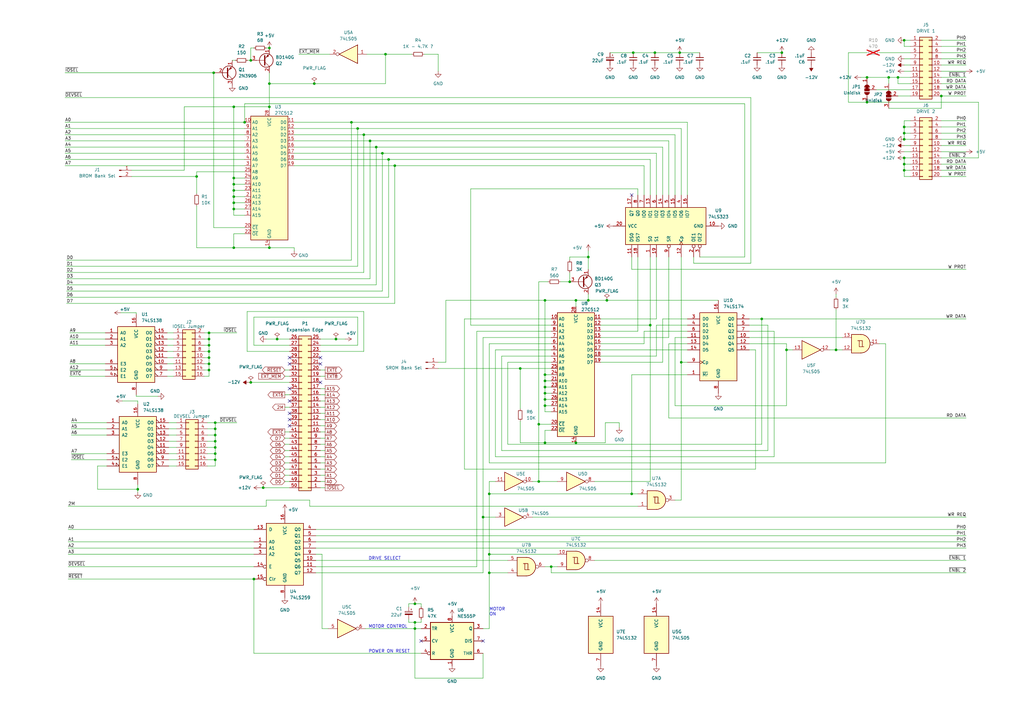
<source format=kicad_sch>
(kicad_sch
	(version 20250114)
	(generator "eeschema")
	(generator_version "9.0")
	(uuid "8d29f76a-632b-4d71-951f-82f85a7a70e9")
	(paper "A3")
	
	(text "DRIVE SELECT"
		(exclude_from_sim no)
		(at 151.13 229.87 0)
		(effects
			(font
				(size 1.27 1.27)
			)
			(justify left bottom)
		)
		(uuid "32096c80-1d98-4ed0-8b17-2c750151b76c")
	)
	(text "MOTOR CONTROL"
		(exclude_from_sim no)
		(at 151.13 257.81 0)
		(effects
			(font
				(size 1.27 1.27)
			)
			(justify left bottom)
		)
		(uuid "b6ef62f4-c465-4c3c-acae-af238f4f26b2")
	)
	(text "POWER ON RESET"
		(exclude_from_sim no)
		(at 151.13 267.97 0)
		(effects
			(font
				(size 1.27 1.27)
			)
			(justify left bottom)
		)
		(uuid "dc85ec82-107c-4516-8ee4-ef92570893f2")
	)
	(text "MOTOR\nON"
		(exclude_from_sim no)
		(at 200.66 252.73 0)
		(effects
			(font
				(size 1.27 1.27)
			)
			(justify left bottom)
		)
		(uuid "f1de4597-caac-4049-8722-f6b4249c5637")
	)
	(junction
		(at 110.49 101.6)
		(diameter 0)
		(color 0 0 0 0)
		(uuid "05c35608-664a-4ca0-a2cf-31b6dd200424")
	)
	(junction
		(at 223.52 156.21)
		(diameter 0)
		(color 0 0 0 0)
		(uuid "0879c555-36d5-4c97-9aed-43411da9ea34")
	)
	(junction
		(at 266.7 133.35)
		(diameter 0)
		(color 0 0 0 0)
		(uuid "0a7b412f-70cb-4bdd-ac90-37c18fe81247")
	)
	(junction
		(at 113.665 139.065)
		(diameter 0)
		(color 0 0 0 0)
		(uuid "0d70563e-f092-45cc-a046-356b7b533eae")
	)
	(junction
		(at 128.905 34.29)
		(diameter 0)
		(color 0 0 0 0)
		(uuid "11855bad-6517-4f30-a89f-01fa51388bef")
	)
	(junction
		(at 85.725 149.225)
		(diameter 0)
		(color 0 0 0 0)
		(uuid "15605a0c-cf96-43bb-bf76-4c3d136378e6")
	)
	(junction
		(at 85.725 146.685)
		(diameter 0)
		(color 0 0 0 0)
		(uuid "1d4718a5-778a-4c3f-af8e-520b4e244b5b")
	)
	(junction
		(at 88.265 188.595)
		(diameter 0)
		(color 0 0 0 0)
		(uuid "1e542cfd-ea36-43ee-93f7-7150fc86a6b4")
	)
	(junction
		(at 368.3 31.75)
		(diameter 0)
		(color 0 0 0 0)
		(uuid "1e8fbe2b-8679-4f6a-aaab-41b5049b065b")
	)
	(junction
		(at 386.08 39.37)
		(diameter 0)
		(color 0 0 0 0)
		(uuid "1ea8a149-4aba-4853-bb4c-0394837ed622")
	)
	(junction
		(at 223.52 163.83)
		(diameter 0)
		(color 0 0 0 0)
		(uuid "1f6afc94-5427-44ba-ab5f-f21ca14d71ab")
	)
	(junction
		(at 200.66 227.33)
		(diameter 0)
		(color 0 0 0 0)
		(uuid "21deab9e-fe49-40f1-b271-ad9e3c1158a7")
	)
	(junction
		(at 88.265 173.355)
		(diameter 0)
		(color 0 0 0 0)
		(uuid "24448ccd-4e6b-4297-b1cd-b6b3f34a53d5")
	)
	(junction
		(at 223.52 161.29)
		(diameter 0)
		(color 0 0 0 0)
		(uuid "245bc0dd-2dc9-4f33-9560-45e6c9b400d0")
	)
	(junction
		(at 95.885 78.105)
		(diameter 0)
		(color 0 0 0 0)
		(uuid "25f08a18-5173-49a1-aa77-e63c3fb09d67")
	)
	(junction
		(at 158.115 22.225)
		(diameter 0)
		(color 0 0 0 0)
		(uuid "27b08bf3-8111-4a1b-96e8-87c4fc51cf03")
	)
	(junction
		(at 100.33 50.165)
		(diameter 0)
		(color 0 0 0 0)
		(uuid "28fb8a3f-b729-4ea4-99d2-cd1ac9fbe931")
	)
	(junction
		(at 88.265 183.515)
		(diameter 0)
		(color 0 0 0 0)
		(uuid "2c34ae5a-d1be-4bcf-bebe-ffa670279c84")
	)
	(junction
		(at 241.3 105.41)
		(diameter 0)
		(color 0 0 0 0)
		(uuid "2fbcbfb6-89ff-44c4-b8ab-a14cc42ccb95")
	)
	(junction
		(at 146.685 52.705)
		(diameter 0)
		(color 0 0 0 0)
		(uuid "30f5f225-0a6f-48a9-bb29-175458688e88")
	)
	(junction
		(at 223.52 153.67)
		(diameter 0)
		(color 0 0 0 0)
		(uuid "3b5798c4-1c2c-4a98-b765-79969f2e65cd")
	)
	(junction
		(at 88.265 180.975)
		(diameter 0)
		(color 0 0 0 0)
		(uuid "3cd3a86d-dd12-4db6-88c3-bb7512f569e8")
	)
	(junction
		(at 95.885 85.725)
		(diameter 0)
		(color 0 0 0 0)
		(uuid "3d15289f-6bd0-498d-9a91-a024047ae632")
	)
	(junction
		(at 268.605 21.59)
		(diameter 0)
		(color 0 0 0 0)
		(uuid "3dc49e25-d3e2-497d-bca1-dce6211dd479")
	)
	(junction
		(at 370.84 57.15)
		(diameter 0)
		(color 0 0 0 0)
		(uuid "40c57ef4-872a-4933-bfac-3fad98a7faeb")
	)
	(junction
		(at 248.92 123.19)
		(diameter 0)
		(color 0 0 0 0)
		(uuid "411117a2-cbb1-4f78-ac10-4506435da1cc")
	)
	(junction
		(at 95.885 73.025)
		(diameter 0)
		(color 0 0 0 0)
		(uuid "44338e21-f061-4f16-bddc-4b95d1200ff8")
	)
	(junction
		(at 56.515 200.66)
		(diameter 0)
		(color 0 0 0 0)
		(uuid "4474fbc5-95c0-46eb-be76-03f928b7ae21")
	)
	(junction
		(at 320.675 21.59)
		(diameter 0)
		(color 0 0 0 0)
		(uuid "463c12d8-e767-4dd8-97c0-cdb283823d10")
	)
	(junction
		(at 259.08 202.565)
		(diameter 0)
		(color 0 0 0 0)
		(uuid "4d1bf63f-0fa7-41aa-b85c-9f91e7e3a330")
	)
	(junction
		(at 278.765 21.59)
		(diameter 0)
		(color 0 0 0 0)
		(uuid "5050a3d7-cc2e-41dc-a3ff-0ef2e03614ae")
	)
	(junction
		(at 88.265 175.895)
		(diameter 0)
		(color 0 0 0 0)
		(uuid "528db227-f1ec-48a4-84f3-957e6a0e2945")
	)
	(junction
		(at 85.725 141.605)
		(diameter 0)
		(color 0 0 0 0)
		(uuid "567b4917-422e-4da3-896c-e3f1f7b69bc9")
	)
	(junction
		(at 370.84 16.51)
		(diameter 0)
		(color 0 0 0 0)
		(uuid "5d0ce87b-48fa-46aa-8a28-60ec56664695")
	)
	(junction
		(at 88.265 186.055)
		(diameter 0)
		(color 0 0 0 0)
		(uuid "5f72fc10-b556-4014-a2dc-4c1edea61bbb")
	)
	(junction
		(at 220.98 173.99)
		(diameter 0)
		(color 0 0 0 0)
		(uuid "6268f925-3c3e-4c07-8457-e5d0c0f63fae")
	)
	(junction
		(at 154.305 60.325)
		(diameter 0)
		(color 0 0 0 0)
		(uuid "69a5cb29-894a-4088-9123-a45b36745aad")
	)
	(junction
		(at 88.265 178.435)
		(diameter 0)
		(color 0 0 0 0)
		(uuid "6beb30db-72de-42e8-a0d7-1b562182385d")
	)
	(junction
		(at 220.98 197.485)
		(diameter 0)
		(color 0 0 0 0)
		(uuid "6c2f69b3-9b7c-434c-bb20-a6baea35c014")
	)
	(junction
		(at 102.87 156.845)
		(diameter 0)
		(color 0 0 0 0)
		(uuid "73168b4e-2496-40f1-8c4e-8403ce5a783a")
	)
	(junction
		(at 104.14 237.49)
		(diameter 0)
		(color 0 0 0 0)
		(uuid "73b75c6b-0481-4c40-949d-c5403ad081db")
	)
	(junction
		(at 370.84 54.61)
		(diameter 0)
		(color 0 0 0 0)
		(uuid "786a55f6-f68a-4747-9143-eb9c21ad29f8")
	)
	(junction
		(at 161.925 67.945)
		(diameter 0)
		(color 0 0 0 0)
		(uuid "797db6ae-81a2-4e43-b4a3-1a961e3d2ce2")
	)
	(junction
		(at 151.765 57.785)
		(diameter 0)
		(color 0 0 0 0)
		(uuid "7b51218c-7899-428e-9d5a-d5cbdf48df8f")
	)
	(junction
		(at 159.385 65.405)
		(diameter 0)
		(color 0 0 0 0)
		(uuid "7fbb1f98-7376-4587-9074-f062416820d2")
	)
	(junction
		(at 241.3 123.19)
		(diameter 0)
		(color 0 0 0 0)
		(uuid "813bc9ac-6aff-4f98-8f32-f441000ea493")
	)
	(junction
		(at 233.68 115.57)
		(diameter 0)
		(color 0 0 0 0)
		(uuid "817bd96e-b692-4715-983a-e1dd4ef73bb8")
	)
	(junction
		(at 95.885 83.185)
		(diameter 0)
		(color 0 0 0 0)
		(uuid "82e60a17-5192-47b0-809b-9d2b4e3e2a41")
	)
	(junction
		(at 85.725 136.525)
		(diameter 0)
		(color 0 0 0 0)
		(uuid "83915695-10b4-4375-96ca-404e57c38876")
	)
	(junction
		(at 144.145 50.165)
		(diameter 0)
		(color 0 0 0 0)
		(uuid "84cb6800-fdec-4336-9e0d-692f16a0e20e")
	)
	(junction
		(at 279.4 148.59)
		(diameter 0)
		(color 0 0 0 0)
		(uuid "87a0eb59-2dce-441c-9dd8-c0e92ab69b80")
	)
	(junction
		(at 198.12 212.09)
		(diameter 0)
		(color 0 0 0 0)
		(uuid "8e5d7652-5f57-4b05-a03e-7724a43fa613")
	)
	(junction
		(at 95.885 101.6)
		(diameter 0)
		(color 0 0 0 0)
		(uuid "8f5ebc58-e6f8-4787-8942-a1ec1418d1b7")
	)
	(junction
		(at 322.58 143.51)
		(diameter 0)
		(color 0 0 0 0)
		(uuid "9072744a-3983-4bde-8321-c7b4fbdcaee0")
	)
	(junction
		(at 170.18 257.81)
		(diameter 0)
		(color 0 0 0 0)
		(uuid "94683f4a-bad4-4ca4-aec8-1e76d7911546")
	)
	(junction
		(at 170.18 255.27)
		(diameter 0)
		(color 0 0 0 0)
		(uuid "9689360c-62f4-4ccd-928a-0354a8b12062")
	)
	(junction
		(at 170.18 247.65)
		(diameter 0)
		(color 0 0 0 0)
		(uuid "98f039f2-3a30-409f-8e2f-7f3bd469c43e")
	)
	(junction
		(at 370.84 52.07)
		(diameter 0)
		(color 0 0 0 0)
		(uuid "9a860088-5b1b-4997-b300-ff2cfa89e410")
	)
	(junction
		(at 80.645 72.39)
		(diameter 0)
		(color 0 0 0 0)
		(uuid "9c85b338-410e-4f21-85a1-16cc577a80f6")
	)
	(junction
		(at 223.52 181.61)
		(diameter 0)
		(color 0 0 0 0)
		(uuid "9fe2b187-bc45-4cca-a998-2f56a15f492e")
	)
	(junction
		(at 213.36 151.13)
		(diameter 0)
		(color 0 0 0 0)
		(uuid "a3fd1932-06aa-4647-b2d8-ad94fa969d00")
	)
	(junction
		(at 156.845 62.865)
		(diameter 0)
		(color 0 0 0 0)
		(uuid "a40c354b-9e3f-4183-952c-982ff222b866")
	)
	(junction
		(at 223.52 158.75)
		(diameter 0)
		(color 0 0 0 0)
		(uuid "a55a0779-c230-4e34-bb7b-f0f7788b5802")
	)
	(junction
		(at 110.49 19.685)
		(diameter 0)
		(color 0 0 0 0)
		(uuid "a6ba40bd-718f-4798-b37b-734100ad6413")
	)
	(junction
		(at 85.725 139.065)
		(diameter 0)
		(color 0 0 0 0)
		(uuid "a83d4110-ac2d-4f84-be37-09b66f571eb9")
	)
	(junction
		(at 370.84 67.31)
		(diameter 0)
		(color 0 0 0 0)
		(uuid "a8b53387-bb5e-4160-878a-021b66310ef4")
	)
	(junction
		(at 95.885 80.645)
		(diameter 0)
		(color 0 0 0 0)
		(uuid "a8beffd9-87f8-453c-afce-3b5f62487bd7")
	)
	(junction
		(at 110.49 34.29)
		(diameter 0)
		(color 0 0 0 0)
		(uuid "aa1ed054-f711-417c-8905-992984459449")
	)
	(junction
		(at 87.63 29.845)
		(diameter 0)
		(color 0 0 0 0)
		(uuid "aa8fb7e6-99cf-47d0-8987-dd0143778620")
	)
	(junction
		(at 85.725 151.765)
		(diameter 0)
		(color 0 0 0 0)
		(uuid "b1fa9f39-1a4a-4822-9751-a1f130395fdb")
	)
	(junction
		(at 85.725 144.145)
		(diameter 0)
		(color 0 0 0 0)
		(uuid "b39130d2-2e46-4427-8a0f-d53c56f819d3")
	)
	(junction
		(at 200.66 202.565)
		(diameter 0)
		(color 0 0 0 0)
		(uuid "b3d6d337-68bb-4836-b7fe-89e885bcad7c")
	)
	(junction
		(at 107.95 200.025)
		(diameter 0)
		(color 0 0 0 0)
		(uuid "b43531cc-d855-47bf-9fda-9f8d05b34154")
	)
	(junction
		(at 370.84 64.77)
		(diameter 0)
		(color 0 0 0 0)
		(uuid "b6c465a5-bb87-454a-97c7-05467e0dccf6")
	)
	(junction
		(at 102.87 24.765)
		(diameter 0)
		(color 0 0 0 0)
		(uuid "bda0ddc4-ff04-4a03-bd76-4bb2033488ce")
	)
	(junction
		(at 200.66 234.95)
		(diameter 0)
		(color 0 0 0 0)
		(uuid "bf10109e-476a-4edb-af39-68c09c46d515")
	)
	(junction
		(at 149.225 55.245)
		(diameter 0)
		(color 0 0 0 0)
		(uuid "bf139f30-b47c-44ad-b650-ef3c6c14a974")
	)
	(junction
		(at 223.52 166.37)
		(diameter 0)
		(color 0 0 0 0)
		(uuid "cf82bfd1-c322-4834-8111-b1cc12dbb0c1")
	)
	(junction
		(at 355.6 31.75)
		(diameter 0)
		(color 0 0 0 0)
		(uuid "e148e5c5-24ad-4f9f-95ae-ac7f40a64813")
	)
	(junction
		(at 236.22 181.61)
		(diameter 0)
		(color 0 0 0 0)
		(uuid "e1ed6a2a-b089-4042-ae3a-4aafc9c776cd")
	)
	(junction
		(at 342.9 143.51)
		(diameter 0)
		(color 0 0 0 0)
		(uuid "e2416487-9682-4e25-b69e-39b86bcb6212")
	)
	(junction
		(at 223.52 123.19)
		(diameter 0)
		(color 0 0 0 0)
		(uuid "e44c4ffb-887d-4faa-822f-fe542d4a4c90")
	)
	(junction
		(at 137.795 139.065)
		(diameter 0)
		(color 0 0 0 0)
		(uuid "e76ea7fc-527b-4625-91f4-3cce4c59b318")
	)
	(junction
		(at 236.22 123.19)
		(diameter 0)
		(color 0 0 0 0)
		(uuid "e7b57ddc-28e9-4fe3-beee-f7ac91049199")
	)
	(junction
		(at 370.84 69.85)
		(diameter 0)
		(color 0 0 0 0)
		(uuid "e842378a-2f4b-489f-9cb1-df531ab6638b")
	)
	(junction
		(at 312.42 130.81)
		(diameter 0)
		(color 0 0 0 0)
		(uuid "ec467555-1589-4c66-b85c-290dc8c684e7")
	)
	(junction
		(at 95.885 43.815)
		(diameter 0)
		(color 0 0 0 0)
		(uuid "ec4ee92f-b995-4c82-a511-8424fb0c79b2")
	)
	(junction
		(at 226.06 232.41)
		(diameter 0)
		(color 0 0 0 0)
		(uuid "f7d6edbc-0cf0-400c-bdd8-390463e62a6f")
	)
	(junction
		(at 364.49 31.75)
		(diameter 0)
		(color 0 0 0 0)
		(uuid "f866dbb5-de03-4d6d-a840-f4944249ed73")
	)
	(junction
		(at 95.885 75.565)
		(diameter 0)
		(color 0 0 0 0)
		(uuid "fc92d096-10d0-42f8-9ddf-df80125b38cd")
	)
	(junction
		(at 259.715 21.59)
		(diameter 0)
		(color 0 0 0 0)
		(uuid "fe287263-7782-408f-9055-5294e8efa29c")
	)
	(junction
		(at 355.6 41.91)
		(diameter 0)
		(color 0 0 0 0)
		(uuid "fe2cb73c-c9d3-40ab-a3af-645fc2e660d9")
	)
	(junction
		(at 110.49 43.815)
		(diameter 0)
		(color 0 0 0 0)
		(uuid "fe4b238e-e2ac-4962-9665-41ac3473b4bd")
	)
	(no_connect
		(at 131.445 146.685)
		(uuid "09cb5ca2-f037-4767-bd4d-094c054413ca")
	)
	(no_connect
		(at 118.745 149.225)
		(uuid "0c808b20-1ba0-487f-bde6-631fcdf86992")
	)
	(no_connect
		(at 172.72 262.89)
		(uuid "24ce83df-adc7-49b1-8de5-59140a6a241c")
	)
	(no_connect
		(at 259.08 80.01)
		(uuid "3801ac87-4c62-4d90-bb89-bd02a827a7a2")
	)
	(no_connect
		(at 118.745 172.085)
		(uuid "3df9b39c-f7bd-4e28-98f6-f2a8b555dccf")
	)
	(no_connect
		(at 118.745 169.545)
		(uuid "5ea4b0f4-536a-4279-ac4c-04203f194641")
	)
	(no_connect
		(at 131.445 149.225)
		(uuid "74c89753-aa43-46ac-82d6-f1c8035f7dc9")
	)
	(no_connect
		(at 198.12 262.89)
		(uuid "76bde493-9706-455b-a7ea-a279cace855f")
	)
	(no_connect
		(at 118.745 164.465)
		(uuid "7f40a9b2-6015-430a-bf2e-e9397fb5675f")
	)
	(no_connect
		(at 118.745 146.685)
		(uuid "845f3c28-3ea3-4169-9f2b-9dd6d4e7a7f3")
	)
	(no_connect
		(at 131.445 156.845)
		(uuid "a65c5215-f32e-4281-a70d-d2e04994f325")
	)
	(no_connect
		(at 118.745 174.625)
		(uuid "cc97dbf1-a437-4548-ac8f-50dfd2b59e4a")
	)
	(no_connect
		(at 118.745 159.385)
		(uuid "dfa21c67-ce2b-471f-aa3e-6773bee1e862")
	)
	(wire
		(pts
			(xy 322.58 140.97) (xy 322.58 143.51)
		)
		(stroke
			(width 0)
			(type default)
		)
		(uuid "002fd2d7-be66-4a87-8e49-65dcdd3be486")
	)
	(wire
		(pts
			(xy 248.285 181.61) (xy 248.285 173.355)
		)
		(stroke
			(width 0)
			(type default)
		)
		(uuid "003a73d5-bba8-4f69-b405-e7bae5f6934b")
	)
	(wire
		(pts
			(xy 386.08 44.45) (xy 386.08 39.37)
		)
		(stroke
			(width 0)
			(type default)
		)
		(uuid "005520ab-aa54-434d-95d0-10b1cd21ee1c")
	)
	(wire
		(pts
			(xy 85.725 136.525) (xy 85.725 139.065)
		)
		(stroke
			(width 0)
			(type default)
		)
		(uuid "00a94d22-003f-40ec-845f-c4453633bc53")
	)
	(wire
		(pts
			(xy 56.515 198.755) (xy 56.515 200.66)
		)
		(stroke
			(width 0)
			(type default)
		)
		(uuid "010d2632-ed4a-42a1-88c1-728d0e602dd6")
	)
	(wire
		(pts
			(xy 120.65 102.87) (xy 120.65 101.6)
		)
		(stroke
			(width 0)
			(type default)
		)
		(uuid "0185753a-a588-46cb-9bd2-7d92b7488512")
	)
	(wire
		(pts
			(xy 223.52 161.29) (xy 223.52 163.83)
		)
		(stroke
			(width 0)
			(type default)
		)
		(uuid "01ba4be6-9e75-4304-ab82-859249ee68f2")
	)
	(wire
		(pts
			(xy 193.04 77.47) (xy 193.04 133.35)
		)
		(stroke
			(width 0)
			(type default)
		)
		(uuid "01cfb3cc-45cf-4443-824a-1ca7d2dfc72d")
	)
	(wire
		(pts
			(xy 179.705 151.13) (xy 213.36 151.13)
		)
		(stroke
			(width 0)
			(type default)
		)
		(uuid "01d83745-668f-4543-9cc1-4a77d118a2b3")
	)
	(wire
		(pts
			(xy 170.18 257.81) (xy 172.72 257.81)
		)
		(stroke
			(width 0)
			(type default)
		)
		(uuid "02da0d16-3d12-46a4-9bc8-dac4689f99fc")
	)
	(wire
		(pts
			(xy 28.575 139.065) (xy 43.18 139.065)
		)
		(stroke
			(width 0)
			(type default)
		)
		(uuid "0372d352-2b15-4522-a99d-9b308d4b21f3")
	)
	(wire
		(pts
			(xy 236.22 123.19) (xy 236.22 125.73)
		)
		(stroke
			(width 0)
			(type default)
		)
		(uuid "03d3d3d3-e776-4c5d-a5f8-483f41545fa0")
	)
	(wire
		(pts
			(xy 276.86 55.245) (xy 276.86 80.01)
		)
		(stroke
			(width 0)
			(type default)
		)
		(uuid "040f556c-b731-474e-ba57-fe04d7580ff1")
	)
	(wire
		(pts
			(xy 203.2 187.325) (xy 317.5 187.325)
		)
		(stroke
			(width 0)
			(type default)
		)
		(uuid "0553e7ea-1d50-48ac-ac36-3cd63cd9aeea")
	)
	(wire
		(pts
			(xy 370.84 54.61) (xy 370.84 57.15)
		)
		(stroke
			(width 0)
			(type default)
		)
		(uuid "05fc52a7-2bcc-4649-8376-4c214b84bb97")
	)
	(wire
		(pts
			(xy 83.82 141.605) (xy 85.725 141.605)
		)
		(stroke
			(width 0)
			(type default)
		)
		(uuid "069b6b70-2781-406e-a655-e9752625b982")
	)
	(wire
		(pts
			(xy 104.14 130.048) (xy 104.14 141.605)
		)
		(stroke
			(width 0)
			(type default)
		)
		(uuid "07f2b615-5605-464c-80d8-11014832cdd0")
	)
	(wire
		(pts
			(xy 158.115 34.29) (xy 158.115 22.225)
		)
		(stroke
			(width 0)
			(type default)
		)
		(uuid "07f86f79-4086-4875-8ceb-b9ee61abd8d7")
	)
	(wire
		(pts
			(xy 129.54 229.87) (xy 208.28 229.87)
		)
		(stroke
			(width 0)
			(type default)
		)
		(uuid "07f89384-a348-4bbf-a28a-b33c80b0b3ed")
	)
	(wire
		(pts
			(xy 236.22 181.61) (xy 223.52 181.61)
		)
		(stroke
			(width 0)
			(type default)
		)
		(uuid "0823ec80-9f4f-4636-8f6b-e201415c7393")
	)
	(wire
		(pts
			(xy 386.08 69.85) (xy 396.24 69.85)
		)
		(stroke
			(width 0)
			(type default)
		)
		(uuid "08362519-b1e4-4590-b4b6-c24b3a2cf7bb")
	)
	(wire
		(pts
			(xy 229.87 115.57) (xy 233.68 115.57)
		)
		(stroke
			(width 0)
			(type default)
		)
		(uuid "087f17fb-ff18-4761-b50b-f3e75102182a")
	)
	(wire
		(pts
			(xy 190.5 192.405) (xy 309.88 192.405)
		)
		(stroke
			(width 0)
			(type default)
		)
		(uuid "0a546a50-d10e-4e34-9f3b-20da1ac81caa")
	)
	(wire
		(pts
			(xy 226.06 234.95) (xy 396.24 234.95)
		)
		(stroke
			(width 0)
			(type default)
		)
		(uuid "0ae6ec9f-c2d0-41a1-90f4-0b58ed9f7c02")
	)
	(wire
		(pts
			(xy 120.65 60.325) (xy 154.305 60.325)
		)
		(stroke
			(width 0)
			(type default)
		)
		(uuid "0b9926af-65cd-4ea2-9312-fe7c9913ce8e")
	)
	(wire
		(pts
			(xy 83.82 144.145) (xy 85.725 144.145)
		)
		(stroke
			(width 0)
			(type default)
		)
		(uuid "0be18984-773f-49ef-a1ef-0ae3e40ae114")
	)
	(wire
		(pts
			(xy 172.72 247.65) (xy 172.72 248.92)
		)
		(stroke
			(width 0)
			(type default)
		)
		(uuid "0c5d24ae-baf9-4661-9db5-5926b2ac1d6b")
	)
	(wire
		(pts
			(xy 246.38 133.35) (xy 266.7 133.35)
		)
		(stroke
			(width 0)
			(type default)
		)
		(uuid "0c7cadb5-6da1-4221-83d0-f0170aff118f")
	)
	(wire
		(pts
			(xy 131.445 189.865) (xy 133.35 189.865)
		)
		(stroke
			(width 0)
			(type default)
		)
		(uuid "0cd9d382-dd16-4687-ae20-27db55c4969f")
	)
	(wire
		(pts
			(xy 278.765 21.59) (xy 268.605 21.59)
		)
		(stroke
			(width 0)
			(type default)
		)
		(uuid "0eb99482-694f-4ff1-89fa-58ae1322d661")
	)
	(wire
		(pts
			(xy 95.885 83.185) (xy 95.885 85.725)
		)
		(stroke
			(width 0)
			(type default)
		)
		(uuid "0ee42175-0922-4fb8-8624-c0ef2f28e750")
	)
	(wire
		(pts
			(xy 29.21 178.435) (xy 43.815 178.435)
		)
		(stroke
			(width 0)
			(type default)
		)
		(uuid "0eeabcd7-348c-496c-bf89-9efee8011e76")
	)
	(wire
		(pts
			(xy 75.565 43.815) (xy 75.565 69.85)
		)
		(stroke
			(width 0)
			(type default)
		)
		(uuid "0f6a6bb9-658a-4cc8-aaab-2f8456bff783")
	)
	(wire
		(pts
			(xy 220.98 115.57) (xy 220.98 173.99)
		)
		(stroke
			(width 0)
			(type default)
		)
		(uuid "0fe8bb65-946b-4e9d-a4b7-45277f4d9e4f")
	)
	(wire
		(pts
			(xy 131.445 161.925) (xy 133.35 161.925)
		)
		(stroke
			(width 0)
			(type default)
		)
		(uuid "11530c3b-e92a-4222-8587-26beff227523")
	)
	(wire
		(pts
			(xy 223.52 156.21) (xy 226.06 156.21)
		)
		(stroke
			(width 0)
			(type default)
		)
		(uuid "11aec3cf-6786-4b61-9abd-5102df521d8b")
	)
	(wire
		(pts
			(xy 85.725 149.225) (xy 85.725 151.765)
		)
		(stroke
			(width 0)
			(type default)
		)
		(uuid "11dd4137-c665-4866-85ed-f9fe8e15cd9c")
	)
	(wire
		(pts
			(xy 146.685 130.048) (xy 104.14 130.048)
		)
		(stroke
			(width 0)
			(type default)
		)
		(uuid "12ae0546-56ce-4946-ae78-a3f728f0fec8")
	)
	(wire
		(pts
			(xy 223.52 166.37) (xy 226.06 166.37)
		)
		(stroke
			(width 0)
			(type default)
		)
		(uuid "146549e8-1fcd-4d37-bd27-c60fa48989bf")
	)
	(wire
		(pts
			(xy 129.54 219.71) (xy 396.24 219.71)
		)
		(stroke
			(width 0)
			(type default)
		)
		(uuid "1509c567-c73b-47f2-8d0f-5f03d2c921cd")
	)
	(wire
		(pts
			(xy 101.346 144.145) (xy 118.745 144.145)
		)
		(stroke
			(width 0)
			(type default)
		)
		(uuid "151c7a5c-1632-4466-9a42-660310eb7d64")
	)
	(wire
		(pts
			(xy 116.84 167.005) (xy 118.745 167.005)
		)
		(stroke
			(width 0)
			(type default)
		)
		(uuid "15b9b2c6-c334-4e36-8e4f-94f73fcd7630")
	)
	(wire
		(pts
			(xy 131.445 154.305) (xy 133.35 154.305)
		)
		(stroke
			(width 0)
			(type default)
		)
		(uuid "16401bde-830b-4199-83e6-9779a594a4d2")
	)
	(wire
		(pts
			(xy 116.84 192.405) (xy 118.745 192.405)
		)
		(stroke
			(width 0)
			(type default)
		)
		(uuid "17982d4b-6e11-43bc-b285-ce88a4c766c4")
	)
	(wire
		(pts
			(xy 149.225 55.245) (xy 149.225 111.76)
		)
		(stroke
			(width 0)
			(type default)
		)
		(uuid "188d085c-7dae-4530-bce0-1bd1ae787617")
	)
	(wire
		(pts
			(xy 27.305 109.22) (xy 146.685 109.22)
		)
		(stroke
			(width 0)
			(type default)
		)
		(uuid "18bb29e6-bd56-4695-9c90-9d4b55326793")
	)
	(wire
		(pts
			(xy 95.885 80.645) (xy 100.33 80.645)
		)
		(stroke
			(width 0)
			(type default)
		)
		(uuid "18cd97b8-567e-461a-a569-6d9b12001701")
	)
	(wire
		(pts
			(xy 161.925 67.945) (xy 161.925 124.46)
		)
		(stroke
			(width 0)
			(type default)
		)
		(uuid "19500551-9ab5-4760-9805-a118fda9c985")
	)
	(wire
		(pts
			(xy 137.795 139.065) (xy 141.605 139.065)
		)
		(stroke
			(width 0)
			(type default)
		)
		(uuid "1aba3dc2-049b-4e21-8ae3-c106f809e894")
	)
	(wire
		(pts
			(xy 305.435 105.41) (xy 287.02 105.41)
		)
		(stroke
			(width 0)
			(type default)
		)
		(uuid "1b90a748-4469-4403-b368-76126115304b")
	)
	(wire
		(pts
			(xy 131.445 187.325) (xy 133.35 187.325)
		)
		(stroke
			(width 0)
			(type default)
		)
		(uuid "1bdb2ec4-0b54-486d-ab8a-3a3cf73fc46f")
	)
	(wire
		(pts
			(xy 386.08 67.31) (xy 396.24 67.31)
		)
		(stroke
			(width 0)
			(type default)
		)
		(uuid "1be80b5c-5e71-4a4a-961c-b34579570a79")
	)
	(wire
		(pts
			(xy 144.145 50.165) (xy 281.94 50.165)
		)
		(stroke
			(width 0)
			(type default)
		)
		(uuid "1c9db634-753f-4221-a5bc-7ad4208eb554")
	)
	(wire
		(pts
			(xy 129.54 224.79) (xy 396.24 224.79)
		)
		(stroke
			(width 0)
			(type default)
		)
		(uuid "1cab1c13-e5e2-44d6-8611-199df41cc51a")
	)
	(wire
		(pts
			(xy 223.52 161.29) (xy 226.06 161.29)
		)
		(stroke
			(width 0)
			(type default)
		)
		(uuid "1cb61f41-3d1c-4dff-9479-62fab2287e26")
	)
	(wire
		(pts
			(xy 386.08 57.15) (xy 396.24 57.15)
		)
		(stroke
			(width 0)
			(type default)
		)
		(uuid "1d496e3c-d9a8-486f-a410-c99bf08bd807")
	)
	(wire
		(pts
			(xy 364.49 31.75) (xy 368.3 31.75)
		)
		(stroke
			(width 0)
			(type default)
		)
		(uuid "1dda161e-260d-4726-85f3-e91e571d654a")
	)
	(wire
		(pts
			(xy 198.12 138.43) (xy 198.12 212.09)
		)
		(stroke
			(width 0)
			(type default)
		)
		(uuid "1e9b3331-6e4c-425f-bd5b-40abfe37006d")
	)
	(wire
		(pts
			(xy 159.385 65.405) (xy 159.385 121.92)
		)
		(stroke
			(width 0)
			(type default)
		)
		(uuid "1eb92119-727b-45ae-afe1-c32360d66c60")
	)
	(wire
		(pts
			(xy 213.36 172.72) (xy 213.36 181.61)
		)
		(stroke
			(width 0)
			(type default)
		)
		(uuid "1f047f7a-4f58-483c-a838-16e33a170444")
	)
	(wire
		(pts
			(xy 236.22 123.19) (xy 241.3 123.19)
		)
		(stroke
			(width 0)
			(type default)
		)
		(uuid "1f822886-b150-4786-b463-4be39e03903a")
	)
	(wire
		(pts
			(xy 386.08 64.77) (xy 401.32 64.77)
		)
		(stroke
			(width 0)
			(type default)
		)
		(uuid "1fe2f8af-ca13-49d2-b540-1d676020e7bd")
	)
	(wire
		(pts
			(xy 149.225 144.145) (xy 149.225 127.762)
		)
		(stroke
			(width 0)
			(type default)
		)
		(uuid "203d27a7-ebba-4d12-badd-bc5fc73a868a")
	)
	(wire
		(pts
			(xy 95.885 101.6) (xy 80.645 101.6)
		)
		(stroke
			(width 0)
			(type default)
		)
		(uuid "204e05df-26b4-4276-bf7a-8eea107c2c98")
	)
	(wire
		(pts
			(xy 146.685 52.705) (xy 279.4 52.705)
		)
		(stroke
			(width 0)
			(type default)
		)
		(uuid "206dcf71-bf16-4891-9f5e-88ec4e245610")
	)
	(wire
		(pts
			(xy 320.675 21.59) (xy 310.515 21.59)
		)
		(stroke
			(width 0)
			(type default)
		)
		(uuid "20b6a1e8-b9fb-42eb-aebb-c1936f2291ce")
	)
	(wire
		(pts
			(xy 68.58 146.685) (xy 71.12 146.685)
		)
		(stroke
			(width 0)
			(type default)
		)
		(uuid "226991fb-ca2b-48ff-8520-0a29fe7d9306")
	)
	(wire
		(pts
			(xy 353.06 31.75) (xy 355.6 31.75)
		)
		(stroke
			(width 0)
			(type default)
		)
		(uuid "22875feb-91b0-472b-8b00-e74ac9893d1e")
	)
	(wire
		(pts
			(xy 269.24 62.865) (xy 269.24 80.01)
		)
		(stroke
			(width 0)
			(type default)
		)
		(uuid "2375a23b-508c-4bd3-8e4f-5aebe6b07800")
	)
	(wire
		(pts
			(xy 80.645 72.39) (xy 80.645 70.485)
		)
		(stroke
			(width 0)
			(type default)
		)
		(uuid "23955a25-f4da-497a-b473-c0e5f5f270aa")
	)
	(wire
		(pts
			(xy 182.88 123.19) (xy 182.88 148.59)
		)
		(stroke
			(width 0)
			(type default)
		)
		(uuid "2398833d-04b7-452d-ba6b-d7e4fe02f403")
	)
	(wire
		(pts
			(xy 274.32 105.41) (xy 274.32 138.43)
		)
		(stroke
			(width 0)
			(type default)
		)
		(uuid "23cc4ae3-9b03-40bb-82e0-23fc4d40ea5f")
	)
	(wire
		(pts
			(xy 29.21 173.355) (xy 43.815 173.355)
		)
		(stroke
			(width 0)
			(type default)
		)
		(uuid "23d03d7f-3fa3-4262-94ef-c7d67723f473")
	)
	(wire
		(pts
			(xy 363.22 189.865) (xy 363.22 140.97)
		)
		(stroke
			(width 0)
			(type default)
		)
		(uuid "24bfe3c6-60e2-4a78-bb62-924392218143")
	)
	(wire
		(pts
			(xy 131.445 179.705) (xy 133.35 179.705)
		)
		(stroke
			(width 0)
			(type default)
		)
		(uuid "25d35aca-2b44-482d-a9c6-cd18913cbaf2")
	)
	(wire
		(pts
			(xy 317.5 187.325) (xy 317.5 135.89)
		)
		(stroke
			(width 0)
			(type default)
		)
		(uuid "26bfe3d7-2568-4e2f-8999-9e95f79e347d")
	)
	(wire
		(pts
			(xy 85.09 173.355) (xy 88.265 173.355)
		)
		(stroke
			(width 0)
			(type default)
		)
		(uuid "27b53377-6b90-493b-b895-b0fcefdc409c")
	)
	(wire
		(pts
			(xy 55.88 162.56) (xy 55.88 161.925)
		)
		(stroke
			(width 0)
			(type default)
		)
		(uuid "285627d0-acc1-4cd2-89a3-1af34c724ae4")
	)
	(wire
		(pts
			(xy 259.715 21.59) (xy 268.605 21.59)
		)
		(stroke
			(width 0)
			(type default)
		)
		(uuid "28ee4499-e07b-43fb-bdd3-59c6b0292bd3")
	)
	(wire
		(pts
			(xy 27.94 207.645) (xy 109.22 207.645)
		)
		(stroke
			(width 0)
			(type default)
		)
		(uuid "29c06ac6-9c42-4ff5-bb25-48d0c8388580")
	)
	(wire
		(pts
			(xy 170.18 278.13) (xy 170.18 257.81)
		)
		(stroke
			(width 0)
			(type default)
		)
		(uuid "2a298268-8c25-4a45-ac9c-e4dea7c4f57f")
	)
	(wire
		(pts
			(xy 100.33 42.545) (xy 100.33 50.165)
		)
		(stroke
			(width 0)
			(type default)
		)
		(uuid "2a2a7cf9-e7e9-47ed-92d0-ed0421f9cb4d")
	)
	(wire
		(pts
			(xy 131.445 174.625) (xy 133.35 174.625)
		)
		(stroke
			(width 0)
			(type default)
		)
		(uuid "2ab04268-d2c1-443d-9da8-f95d2b922db2")
	)
	(wire
		(pts
			(xy 53.975 72.39) (xy 80.645 72.39)
		)
		(stroke
			(width 0)
			(type default)
		)
		(uuid "2b5a2f12-d2ee-4114-84b5-06e37c3a525f")
	)
	(wire
		(pts
			(xy 342.9 127) (xy 342.9 143.51)
		)
		(stroke
			(width 0)
			(type default)
		)
		(uuid "2ba5ec4f-a8db-4682-b3f7-54096fceba9a")
	)
	(wire
		(pts
			(xy 243.84 197.485) (xy 266.7 197.485)
		)
		(stroke
			(width 0)
			(type default)
		)
		(uuid "2c16da2e-69d4-4190-802f-fbd3cd59c96a")
	)
	(wire
		(pts
			(xy 129.54 234.95) (xy 198.12 234.95)
		)
		(stroke
			(width 0)
			(type default)
		)
		(uuid "2c8f55da-067b-4d3b-820e-5c0a11e5c7ab")
	)
	(wire
		(pts
			(xy 266.7 65.405) (xy 266.7 80.01)
		)
		(stroke
			(width 0)
			(type default)
		)
		(uuid "2c9b0c63-46b3-42f9-8c9e-6a34c099e00c")
	)
	(wire
		(pts
			(xy 190.5 130.81) (xy 226.06 130.81)
		)
		(stroke
			(width 0)
			(type default)
		)
		(uuid "2c9b1e05-123b-4754-adb2-bc98e3bb0e97")
	)
	(wire
		(pts
			(xy 27.305 106.68) (xy 144.145 106.68)
		)
		(stroke
			(width 0)
			(type default)
		)
		(uuid "2cbe804e-fa9f-40b7-8273-4e50a6d4c6f4")
	)
	(wire
		(pts
			(xy 27.305 111.76) (xy 149.225 111.76)
		)
		(stroke
			(width 0)
			(type default)
		)
		(uuid "2cc0634a-2688-4834-ae28-e2595dafd825")
	)
	(wire
		(pts
			(xy 200.66 227.33) (xy 200.66 234.95)
		)
		(stroke
			(width 0)
			(type default)
		)
		(uuid "2cc630b5-2500-4fa2-886f-ccf6a7ba2fa0")
	)
	(wire
		(pts
			(xy 102.87 19.685) (xy 104.14 19.685)
		)
		(stroke
			(width 0)
			(type default)
		)
		(uuid "2d232f74-4aba-4ea5-94ec-b0a706ad1466")
	)
	(wire
		(pts
			(xy 95.885 83.185) (xy 100.33 83.185)
		)
		(stroke
			(width 0)
			(type default)
		)
		(uuid "2d35af53-f4dc-4d5f-894d-cb4d07b6d7c6")
	)
	(wire
		(pts
			(xy 83.82 154.305) (xy 85.725 154.305)
		)
		(stroke
			(width 0)
			(type default)
		)
		(uuid "2e1afdfd-04a4-4a81-86fa-5d91ad3a5d78")
	)
	(wire
		(pts
			(xy 116.84 182.245) (xy 118.745 182.245)
		)
		(stroke
			(width 0)
			(type default)
		)
		(uuid "2f250031-cd09-4dcd-a85f-5ef9ad5a6c05")
	)
	(wire
		(pts
			(xy 386.08 21.59) (xy 396.24 21.59)
		)
		(stroke
			(width 0)
			(type default)
		)
		(uuid "2f6019e0-a517-4718-a181-073367eb84ab")
	)
	(wire
		(pts
			(xy 200.66 140.97) (xy 200.66 189.865)
		)
		(stroke
			(width 0)
			(type default)
		)
		(uuid "2fb296b0-6096-4c7a-85c9-e6a15a41ef1a")
	)
	(wire
		(pts
			(xy 95.885 75.565) (xy 95.885 78.105)
		)
		(stroke
			(width 0)
			(type default)
		)
		(uuid "30403b14-9def-435c-bd6f-a85844ce71df")
	)
	(wire
		(pts
			(xy 27.305 124.46) (xy 161.925 124.46)
		)
		(stroke
			(width 0)
			(type default)
		)
		(uuid "30d6aadb-d508-4cae-a200-774e606bbfa1")
	)
	(wire
		(pts
			(xy 261.62 105.41) (xy 261.62 135.89)
		)
		(stroke
			(width 0)
			(type default)
		)
		(uuid "31d27f1b-b8bd-4e3f-b671-71b0b22ff6ff")
	)
	(wire
		(pts
			(xy 28.575 136.525) (xy 43.18 136.525)
		)
		(stroke
			(width 0)
			(type default)
		)
		(uuid "32ebe881-783b-4267-a979-85a0df767077")
	)
	(wire
		(pts
			(xy 200.66 189.865) (xy 363.22 189.865)
		)
		(stroke
			(width 0)
			(type default)
		)
		(uuid "34df1aa3-641f-4d1c-aae0-195b7c53ff43")
	)
	(wire
		(pts
			(xy 307.34 135.89) (xy 317.5 135.89)
		)
		(stroke
			(width 0)
			(type default)
		)
		(uuid "353ea4d8-3abc-48c0-990c-e9d2b9121467")
	)
	(wire
		(pts
			(xy 281.94 50.165) (xy 281.94 80.01)
		)
		(stroke
			(width 0)
			(type default)
		)
		(uuid "355d96a7-b863-431a-a668-481b97175e85")
	)
	(wire
		(pts
			(xy 131.445 192.405) (xy 133.35 192.405)
		)
		(stroke
			(width 0)
			(type default)
		)
		(uuid "35ee101e-87d7-4b57-ab93-1eb6551f657b")
	)
	(wire
		(pts
			(xy 80.645 84.455) (xy 80.645 101.6)
		)
		(stroke
			(width 0)
			(type default)
		)
		(uuid "3602f1c3-a297-477e-8d41-723debe510c7")
	)
	(wire
		(pts
			(xy 131.445 200.025) (xy 133.35 200.025)
		)
		(stroke
			(width 0)
			(type default)
		)
		(uuid "36320a72-48da-4e36-8f3e-297e7299917f")
	)
	(wire
		(pts
			(xy 27.94 217.17) (xy 104.14 217.17)
		)
		(stroke
			(width 0)
			(type default)
		)
		(uuid "369901b2-1923-434e-a616-68211a0c0ce3")
	)
	(wire
		(pts
			(xy 342.9 120.65) (xy 342.9 121.92)
		)
		(stroke
			(width 0)
			(type default)
		)
		(uuid "39504826-2165-4a11-aa9c-8dbb2537af7f")
	)
	(wire
		(pts
			(xy 49.53 128.27) (xy 55.88 128.27)
		)
		(stroke
			(width 0)
			(type default)
		)
		(uuid "3ab9f7fa-bb85-4bd9-a0b9-1a628caa4860")
	)
	(wire
		(pts
			(xy 167.64 247.65) (xy 170.18 247.65)
		)
		(stroke
			(width 0)
			(type default)
		)
		(uuid "3d57f0a0-b1c2-4787-ae65-480f4bd3f77f")
	)
	(wire
		(pts
			(xy 370.84 49.53) (xy 370.84 52.07)
		)
		(stroke
			(width 0)
			(type default)
		)
		(uuid "3d95c92d-78c7-41b6-8e43-8b3d8ab38152")
	)
	(wire
		(pts
			(xy 233.68 105.41) (xy 233.68 106.68)
		)
		(stroke
			(width 0)
			(type default)
		)
		(uuid "3e58532a-5de3-4226-849a-886c6d81e971")
	)
	(wire
		(pts
			(xy 386.08 31.75) (xy 396.24 31.75)
		)
		(stroke
			(width 0)
			(type default)
		)
		(uuid "3ec79136-0629-45f8-b356-c72f40a2e69d")
	)
	(wire
		(pts
			(xy 218.44 197.485) (xy 220.98 197.485)
		)
		(stroke
			(width 0)
			(type default)
		)
		(uuid "3ef97970-f9aa-4dc6-890a-33e0c998d573")
	)
	(wire
		(pts
			(xy 243.84 229.87) (xy 396.24 229.87)
		)
		(stroke
			(width 0)
			(type default)
		)
		(uuid "3f141edf-b1b7-4c25-823b-bfa03f422569")
	)
	(wire
		(pts
			(xy 259.08 202.565) (xy 261.62 202.565)
		)
		(stroke
			(width 0)
			(type default)
		)
		(uuid "3fa16c28-6be2-4e36-9bc7-2cd17d08b4ad")
	)
	(wire
		(pts
			(xy 95.885 85.725) (xy 95.885 88.265)
		)
		(stroke
			(width 0)
			(type default)
		)
		(uuid "3facc87a-ce1e-47ac-b4be-1cdec47aa07f")
	)
	(wire
		(pts
			(xy 386.08 24.13) (xy 396.24 24.13)
		)
		(stroke
			(width 0)
			(type default)
		)
		(uuid "3feed079-8bc6-4d67-ab7d-8e4a65739e53")
	)
	(wire
		(pts
			(xy 43.815 191.135) (xy 40.005 191.135)
		)
		(stroke
			(width 0)
			(type default)
		)
		(uuid "3fff86d1-0215-40f2-b4f5-1d9d13e46f2d")
	)
	(wire
		(pts
			(xy 26.67 62.865) (xy 100.33 62.865)
		)
		(stroke
			(width 0)
			(type default)
		)
		(uuid "4019359a-3bb6-4c73-be9d-69368d44296d")
	)
	(wire
		(pts
			(xy 363.22 140.97) (xy 360.68 140.97)
		)
		(stroke
			(width 0)
			(type default)
		)
		(uuid "4073090a-4063-48ca-bfd0-7b0959a55051")
	)
	(wire
		(pts
			(xy 261.62 77.47) (xy 261.62 80.01)
		)
		(stroke
			(width 0)
			(type default)
		)
		(uuid "40a91ace-baf0-4028-b422-59ec3ca66b70")
	)
	(wire
		(pts
			(xy 223.52 123.19) (xy 236.22 123.19)
		)
		(stroke
			(width 0)
			(type default)
		)
		(uuid "40b37fdc-49cf-470d-801c-1a777e9b0e0e")
	)
	(wire
		(pts
			(xy 370.84 29.21) (xy 373.38 29.21)
		)
		(stroke
			(width 0)
			(type default)
		)
		(uuid "41060587-c2d8-4e8f-a01c-928ff4b0ca66")
	)
	(wire
		(pts
			(xy 208.28 148.59) (xy 226.06 148.59)
		)
		(stroke
			(width 0)
			(type default)
		)
		(uuid "413955d3-54ef-4cef-a747-15446cda4e53")
	)
	(wire
		(pts
			(xy 156.845 62.865) (xy 156.845 119.38)
		)
		(stroke
			(width 0)
			(type default)
		)
		(uuid "42282eba-76d3-4680-9acd-29a7910d6f92")
	)
	(wire
		(pts
			(xy 85.09 188.595) (xy 88.265 188.595)
		)
		(stroke
			(width 0)
			(type default)
		)
		(uuid "43c33852-1f67-4bb5-9440-75bf4abec522")
	)
	(wire
		(pts
			(xy 223.52 181.61) (xy 223.52 176.53)
		)
		(stroke
			(width 0)
			(type default)
		)
		(uuid "44c039d4-f085-49cd-a110-1f3238b09e54")
	)
	(wire
		(pts
			(xy 220.98 173.99) (xy 226.06 173.99)
		)
		(stroke
			(width 0)
			(type default)
		)
		(uuid "460ddc7c-014e-454b-a96a-299dbf13db24")
	)
	(wire
		(pts
			(xy 226.06 135.89) (xy 195.58 135.89)
		)
		(stroke
			(width 0)
			(type default)
		)
		(uuid "465934ab-66ff-47fc-819e-58114d99ea9d")
	)
	(wire
		(pts
			(xy 28.575 141.605) (xy 43.18 141.605)
		)
		(stroke
			(width 0)
			(type default)
		)
		(uuid "490d48b1-f053-4697-8c4f-7354f1c4942b")
	)
	(wire
		(pts
			(xy 200.66 227.33) (xy 228.6 227.33)
		)
		(stroke
			(width 0)
			(type default)
		)
		(uuid "49bb305e-3022-453e-9d2d-8ba74eb866d4")
	)
	(wire
		(pts
			(xy 120.65 65.405) (xy 159.385 65.405)
		)
		(stroke
			(width 0)
			(type default)
		)
		(uuid "4a7a3df5-faa0-4584-a24d-1e962d801590")
	)
	(wire
		(pts
			(xy 246.38 138.43) (xy 274.32 138.43)
		)
		(stroke
			(width 0)
			(type default)
		)
		(uuid "4b585418-42cb-4130-9dc1-e19780fdbeff")
	)
	(wire
		(pts
			(xy 40.005 200.66) (xy 56.515 200.66)
		)
		(stroke
			(width 0)
			(type default)
		)
		(uuid "4b72144a-2762-4bc0-934e-9ff21d760d4b")
	)
	(wire
		(pts
			(xy 95.885 80.645) (xy 95.885 83.185)
		)
		(stroke
			(width 0)
			(type default)
		)
		(uuid "4c009b05-d5d4-4d36-a889-932f5925874e")
	)
	(wire
		(pts
			(xy 88.265 173.355) (xy 97.155 173.355)
		)
		(stroke
			(width 0)
			(type default)
		)
		(uuid "4c01b922-5572-40b4-9187-797f37f98304")
	)
	(wire
		(pts
			(xy 95.885 73.025) (xy 95.885 75.565)
		)
		(stroke
			(width 0)
			(type default)
		)
		(uuid "4c132c6d-df46-42cf-b45e-6aa46e7d1930")
	)
	(wire
		(pts
			(xy 27.305 114.3) (xy 151.765 114.3)
		)
		(stroke
			(width 0)
			(type default)
		)
		(uuid "4c9736e0-4d2a-48e6-a968-290a0d85c195")
	)
	(wire
		(pts
			(xy 69.215 186.055) (xy 72.39 186.055)
		)
		(stroke
			(width 0)
			(type default)
		)
		(uuid "4d65ab1b-aa46-4fa7-8dbc-568fab631322")
	)
	(wire
		(pts
			(xy 50.165 164.465) (xy 56.515 164.465)
		)
		(stroke
			(width 0)
			(type default)
		)
		(uuid "4df0addc-455f-4f25-a987-a8f3268a0193")
	)
	(wire
		(pts
			(xy 370.84 57.15) (xy 373.38 57.15)
		)
		(stroke
			(width 0)
			(type default)
		)
		(uuid "4e3b2be0-5f48-44a9-8d85-58e214a78b0e")
	)
	(wire
		(pts
			(xy 223.52 158.75) (xy 226.06 158.75)
		)
		(stroke
			(width 0)
			(type default)
		)
		(uuid "4e85e04f-c582-42d8-ac91-957e0b4f6fc9")
	)
	(wire
		(pts
			(xy 144.145 50.165) (xy 144.145 106.68)
		)
		(stroke
			(width 0)
			(type default)
		)
		(uuid "4ebd9146-8c37-4161-8f9d-34a263571f42")
	)
	(wire
		(pts
			(xy 274.32 140.97) (xy 281.94 140.97)
		)
		(stroke
			(width 0)
			(type default)
		)
		(uuid "4f19f767-46f5-4d76-b736-68466d9c93a0")
	)
	(wire
		(pts
			(xy 116.84 177.165) (xy 118.745 177.165)
		)
		(stroke
			(width 0)
			(type default)
		)
		(uuid "4faa7985-0186-4e99-b44b-c38c9bbb3ee9")
	)
	(wire
		(pts
			(xy 110.49 34.29) (xy 110.49 43.815)
		)
		(stroke
			(width 0)
			(type default)
		)
		(uuid "5002dc41-5ba7-4a17-8ea3-dc67333ed9cb")
	)
	(wire
		(pts
			(xy 85.09 178.435) (xy 88.265 178.435)
		)
		(stroke
			(width 0)
			(type default)
		)
		(uuid "503ed22f-e666-4adf-a7f5-9aec028d4ff9")
	)
	(wire
		(pts
			(xy 116.84 184.785) (xy 118.745 184.785)
		)
		(stroke
			(width 0)
			(type default)
		)
		(uuid "50614a38-6480-4f87-98cc-9f11de71a2bd")
	)
	(wire
		(pts
			(xy 340.36 143.51) (xy 342.9 143.51)
		)
		(stroke
			(width 0)
			(type default)
		)
		(uuid "50e1d9c1-0b2c-43f6-be44-fc8565473599")
	)
	(wire
		(pts
			(xy 198.12 212.09) (xy 198.12 234.95)
		)
		(stroke
			(width 0)
			(type default)
		)
		(uuid "50e1f7d1-0fd4-4c45-b068-56d850b41a9e")
	)
	(wire
		(pts
			(xy 200.66 202.565) (xy 200.66 197.485)
		)
		(stroke
			(width 0)
			(type default)
		)
		(uuid "512e8485-4cef-4269-bb7d-4a192cf0d938")
	)
	(wire
		(pts
			(xy 56.515 164.465) (xy 56.515 165.735)
		)
		(stroke
			(width 0)
			(type default)
		)
		(uuid "52a80e8c-362d-4971-8190-c9279682555a")
	)
	(wire
		(pts
			(xy 309.88 192.405) (xy 309.88 143.51)
		)
		(stroke
			(width 0)
			(type default)
		)
		(uuid "52c4c782-599c-47c8-8692-355a1340da56")
	)
	(wire
		(pts
			(xy 122.555 22.225) (xy 135.255 22.225)
		)
		(stroke
			(width 0)
			(type default)
		)
		(uuid "531236f9-7668-4b77-9f03-d5c4d0bfea5c")
	)
	(wire
		(pts
			(xy 223.52 181.61) (xy 213.36 181.61)
		)
		(stroke
			(width 0)
			(type default)
		)
		(uuid "535fccec-51aa-4520-b36e-59c7ee1b6f23")
	)
	(wire
		(pts
			(xy 27.94 227.33) (xy 104.14 227.33)
		)
		(stroke
			(width 0)
			(type default)
		)
		(uuid "53d1f588-c076-4cf6-a0aa-99ccd45081d7")
	)
	(wire
		(pts
			(xy 246.38 146.05) (xy 269.24 146.05)
		)
		(stroke
			(width 0)
			(type default)
		)
		(uuid "5444680e-3db0-4d28-9e9e-ddc4f2e05e4b")
	)
	(wire
		(pts
			(xy 88.265 178.435) (xy 88.265 180.975)
		)
		(stroke
			(width 0)
			(type default)
		)
		(uuid "54cfca36-43de-4be1-9110-5a609a5e4daf")
	)
	(wire
		(pts
			(xy 85.725 151.765) (xy 85.725 154.305)
		)
		(stroke
			(width 0)
			(type default)
		)
		(uuid "5521a20e-1acd-4a1a-8221-1795308ad995")
	)
	(wire
		(pts
			(xy 368.3 31.75) (xy 368.3 34.29)
		)
		(stroke
			(width 0)
			(type default)
		)
		(uuid "5563d8bf-1470-4b92-a420-4249dcae6f17")
	)
	(wire
		(pts
			(xy 131.445 197.485) (xy 133.35 197.485)
		)
		(stroke
			(width 0)
			(type default)
		)
		(uuid "568e7785-c5b9-4059-9643-5fbc6eaade3b")
	)
	(wire
		(pts
			(xy 370.84 24.13) (xy 373.38 24.13)
		)
		(stroke
			(width 0)
			(type default)
		)
		(uuid "56c51746-5d0b-43ff-824b-4c02fc625d1c")
	)
	(wire
		(pts
			(xy 170.18 255.27) (xy 172.72 255.27)
		)
		(stroke
			(width 0)
			(type default)
		)
		(uuid "57550ad2-7b70-4e60-9988-53f3dbe919d7")
	)
	(wire
		(pts
			(xy 28.575 151.765) (xy 43.18 151.765)
		)
		(stroke
			(width 0)
			(type default)
		)
		(uuid "592a6608-e914-455a-a672-a13f5e90cb0d")
	)
	(wire
		(pts
			(xy 68.58 151.765) (xy 71.12 151.765)
		)
		(stroke
			(width 0)
			(type default)
		)
		(uuid "59dea561-016d-4e73-9c04-c1a37a062f05")
	)
	(wire
		(pts
			(xy 370.84 19.05) (xy 373.38 19.05)
		)
		(stroke
			(width 0)
			(type default)
		)
		(uuid "5a259f74-2fa2-4498-9832-b175b5400063")
	)
	(wire
		(pts
			(xy 80.645 72.39) (xy 80.645 79.375)
		)
		(stroke
			(width 0)
			(type default)
		)
		(uuid "5af7d0e5-cbc6-4384-b087-0a78dd8125f7")
	)
	(wire
		(pts
			(xy 386.08 26.67) (xy 396.24 26.67)
		)
		(stroke
			(width 0)
			(type default)
		)
		(uuid "5b20494b-0fcf-4409-8ba6-c96cf6b21d5e")
	)
	(wire
		(pts
			(xy 158.115 22.225) (xy 150.495 22.225)
		)
		(stroke
			(width 0)
			(type default)
		)
		(uuid "5b3c61c9-2edb-44af-9441-953b07ab07c4")
	)
	(wire
		(pts
			(xy 87.63 93.345) (xy 100.33 93.345)
		)
		(stroke
			(width 0)
			(type default)
		)
		(uuid "5bb0d7c5-9833-4605-b52e-cd0933e65ac4")
	)
	(wire
		(pts
			(xy 85.725 146.685) (xy 85.725 149.225)
		)
		(stroke
			(width 0)
			(type default)
		)
		(uuid "5bc9692a-e685-43d2-b030-bbd0f4ad634d")
	)
	(wire
		(pts
			(xy 233.68 111.76) (xy 233.68 115.57)
		)
		(stroke
			(width 0)
			(type default)
		)
		(uuid "5d272202-45fc-4f84-abd3-39c9f087f9c2")
	)
	(wire
		(pts
			(xy 264.16 67.945) (xy 264.16 80.01)
		)
		(stroke
			(width 0)
			(type default)
		)
		(uuid "5da1f741-3441-4c09-972f-8261284e4d4f")
	)
	(wire
		(pts
			(xy 85.725 139.065) (xy 85.725 141.605)
		)
		(stroke
			(width 0)
			(type default)
		)
		(uuid "5dc602c9-3d59-4931-b97c-a77b51501d9e")
	)
	(wire
		(pts
			(xy 101.346 127.762) (xy 101.346 144.145)
		)
		(stroke
			(width 0)
			(type default)
		)
		(uuid "5dc6b905-8c81-4f61-a027-da94067e26a0")
	)
	(wire
		(pts
			(xy 53.975 69.85) (xy 75.565 69.85)
		)
		(stroke
			(width 0)
			(type default)
		)
		(uuid "5e2ba40c-b879-4ba0-bdee-b5a643fd4a62")
	)
	(wire
		(pts
			(xy 85.725 136.525) (xy 97.155 136.525)
		)
		(stroke
			(width 0)
			(type default)
		)
		(uuid "5eda04ce-4a71-4892-a48a-83b1daa96ccf")
	)
	(wire
		(pts
			(xy 312.42 130.81) (xy 396.24 130.81)
		)
		(stroke
			(width 0)
			(type default)
		)
		(uuid "5f3d0579-e99b-46d6-b529-1e2ecd7da16b")
	)
	(wire
		(pts
			(xy 200.66 234.95) (xy 208.28 234.95)
		)
		(stroke
			(width 0)
			(type default)
		)
		(uuid "5f9cb16f-2a06-4058-9105-05fa62a2b3e7")
	)
	(wire
		(pts
			(xy 223.52 163.83) (xy 223.52 166.37)
		)
		(stroke
			(width 0)
			(type default)
		)
		(uuid "6003d2c5-c686-448e-88b5-b453bc895e44")
	)
	(wire
		(pts
			(xy 314.96 133.35) (xy 314.96 184.785)
		)
		(stroke
			(width 0)
			(type default)
		)
		(uuid "60124244-6f42-48b6-b35c-06915722a0ff")
	)
	(wire
		(pts
			(xy 120.65 67.945) (xy 161.925 67.945)
		)
		(stroke
			(width 0)
			(type default)
		)
		(uuid "60449197-1657-48b3-a33f-52ed6c48cf19")
	)
	(wire
		(pts
			(xy 128.905 34.29) (xy 158.115 34.29)
		)
		(stroke
			(width 0)
			(type default)
		)
		(uuid "61c8b443-e7e6-4d1e-884d-8083d8236e60")
	)
	(wire
		(pts
			(xy 27.94 224.79) (xy 104.14 224.79)
		)
		(stroke
			(width 0)
			(type default)
		)
		(uuid "63117653-02fa-45a4-85fc-9692018b8f27")
	)
	(wire
		(pts
			(xy 401.32 41.91) (xy 355.6 41.91)
		)
		(stroke
			(width 0)
			(type default)
		)
		(uuid "6467df17-b0ef-4ec9-98e0-ebc34725e58f")
	)
	(wire
		(pts
			(xy 110.49 43.815) (xy 110.49 45.085)
		)
		(stroke
			(width 0)
			(type default)
		)
		(uuid "649ff346-fee3-41a9-b7cb-9e6f68126768")
	)
	(wire
		(pts
			(xy 88.265 191.135) (xy 85.09 191.135)
		)
		(stroke
			(width 0)
			(type default)
		)
		(uuid "65fee74d-4728-4997-aadc-c6c7ef5c61ef")
	)
	(wire
		(pts
			(xy 146.685 141.605) (xy 146.685 130.048)
		)
		(stroke
			(width 0)
			(type default)
		)
		(uuid "6771efae-95cf-4487-be0a-fa7f4be4608a")
	)
	(wire
		(pts
			(xy 26.67 60.325) (xy 100.33 60.325)
		)
		(stroke
			(width 0)
			(type default)
		)
		(uuid "684587ac-70c8-47e4-9e19-1014ef3ac5e7")
	)
	(wire
		(pts
			(xy 69.215 191.135) (xy 72.39 191.135)
		)
		(stroke
			(width 0)
			(type default)
		)
		(uuid "68d839b0-253d-405b-be89-5bb997c222db")
	)
	(wire
		(pts
			(xy 370.84 16.51) (xy 373.38 16.51)
		)
		(stroke
			(width 0)
			(type default)
		)
		(uuid "68ffbd83-1088-47a9-8b8f-442eee746643")
	)
	(wire
		(pts
			(xy 370.84 72.39) (xy 373.38 72.39)
		)
		(stroke
			(width 0)
			(type default)
		)
		(uuid "6971c1e5-f29c-4d0a-99d5-02afb777427c")
	)
	(wire
		(pts
			(xy 360.68 21.59) (xy 373.38 21.59)
		)
		(stroke
			(width 0)
			(type default)
		)
		(uuid "6a90f50e-dae5-4775-8c85-8ac9885e50de")
	)
	(wire
		(pts
			(xy 223.52 176.53) (xy 226.06 176.53)
		)
		(stroke
			(width 0)
			(type default)
		)
		(uuid "6b6d6a46-df07-4601-84be-a037d18897d1")
	)
	(wire
		(pts
			(xy 27.94 232.41) (xy 104.14 232.41)
		)
		(stroke
			(width 0)
			(type default)
		)
		(uuid "6b8d2303-88ea-477d-933a-20d522bf125e")
	)
	(wire
		(pts
			(xy 170.18 247.65) (xy 172.72 247.65)
		)
		(stroke
			(width 0)
			(type default)
		)
		(uuid "6c1a12fe-3a6f-4cbc-9fcf-ee34b2bc7f16")
	)
	(wire
		(pts
			(xy 347.98 21.59) (xy 355.6 21.59)
		)
		(stroke
			(width 0)
			(type default)
		)
		(uuid "6d13ede4-63c4-41a9-8bc5-773bef285526")
	)
	(wire
		(pts
			(xy 28.575 154.305) (xy 43.18 154.305)
		)
		(stroke
			(width 0)
			(type default)
		)
		(uuid "6d19e455-7e05-49e1-9595-d9946fcef6ba")
	)
	(wire
		(pts
			(xy 102.87 156.845) (xy 118.745 156.845)
		)
		(stroke
			(width 0)
			(type default)
		)
		(uuid "6d96c319-bf2a-4c58-9a24-9386f97b691e")
	)
	(wire
		(pts
			(xy 236.22 181.61) (xy 248.285 181.61)
		)
		(stroke
			(width 0)
			(type default)
		)
		(uuid "6ddd5381-f216-4d28-97c4-513fe982cf6a")
	)
	(wire
		(pts
			(xy 264.16 135.89) (xy 281.94 135.89)
		)
		(stroke
			(width 0)
			(type default)
		)
		(uuid "6e3f51ad-2655-42d1-b8c0-b3b9b5911595")
	)
	(wire
		(pts
			(xy 370.84 69.85) (xy 373.38 69.85)
		)
		(stroke
			(width 0)
			(type default)
		)
		(uuid "6eb74b82-1a85-481b-bba6-60928b7c7c47")
	)
	(wire
		(pts
			(xy 223.52 166.37) (xy 223.52 168.91)
		)
		(stroke
			(width 0)
			(type default)
		)
		(uuid "6efe8753-c591-4b4b-b718-e78bd215e8b8")
	)
	(wire
		(pts
			(xy 271.78 60.325) (xy 271.78 80.01)
		)
		(stroke
			(width 0)
			(type default)
		)
		(uuid "6fb922c8-53a6-4b63-a939-43dd1f754560")
	)
	(wire
		(pts
			(xy 208.28 148.59) (xy 208.28 182.245)
		)
		(stroke
			(width 0)
			(type default)
		)
		(uuid "709139b1-4cf9-4e1d-8c3b-d77faee2cf17")
	)
	(wire
		(pts
			(xy 27.305 121.92) (xy 159.385 121.92)
		)
		(stroke
			(width 0)
			(type default)
		)
		(uuid "7143853a-e082-4fac-923e-79e35b6f8687")
	)
	(wire
		(pts
			(xy 116.84 179.705) (xy 118.745 179.705)
		)
		(stroke
			(width 0)
			(type default)
		)
		(uuid "725bffae-5de0-4640-965f-640141a71ae9")
	)
	(wire
		(pts
			(xy 154.305 60.325) (xy 271.78 60.325)
		)
		(stroke
			(width 0)
			(type default)
		)
		(uuid "737b656d-425b-4e9f-9b6d-09198f4b1988")
	)
	(wire
		(pts
			(xy 368.3 34.29) (xy 373.38 34.29)
		)
		(stroke
			(width 0)
			(type default)
		)
		(uuid "73e53367-ef08-432f-8712-78e38577c8e6")
	)
	(wire
		(pts
			(xy 68.58 154.305) (xy 71.12 154.305)
		)
		(stroke
			(width 0)
			(type default)
		)
		(uuid "743f7f0b-611b-481e-96b6-04be121aa0e8")
	)
	(wire
		(pts
			(xy 200.66 227.33) (xy 200.66 202.565)
		)
		(stroke
			(width 0)
			(type default)
		)
		(uuid "75139a5c-4602-4f76-8e7a-fb94930dc1e0")
	)
	(wire
		(pts
			(xy 116.84 194.945) (xy 118.745 194.945)
		)
		(stroke
			(width 0)
			(type default)
		)
		(uuid "75cc97bb-2ee9-4b10-ba4a-ece6593cb1be")
	)
	(wire
		(pts
			(xy 107.95 200.025) (xy 118.745 200.025)
		)
		(stroke
			(width 0)
			(type default)
		)
		(uuid "75ff85ac-a4c5-4066-8a8d-dfbb4c35ebc0")
	)
	(wire
		(pts
			(xy 106.68 200.025) (xy 107.95 200.025)
		)
		(stroke
			(width 0)
			(type default)
		)
		(uuid "7681ddee-2938-4e36-a2fd-18aef84be339")
	)
	(wire
		(pts
			(xy 370.84 49.53) (xy 373.38 49.53)
		)
		(stroke
			(width 0)
			(type default)
		)
		(uuid "775e7632-5dfc-4a08-bfd5-9fcb44f112aa")
	)
	(wire
		(pts
			(xy 159.385 65.405) (xy 266.7 65.405)
		)
		(stroke
			(width 0)
			(type default)
		)
		(uuid "77694347-8238-40d3-a37a-3e6a3ea502d4")
	)
	(wire
		(pts
			(xy 195.58 135.89) (xy 195.58 232.41)
		)
		(stroke
			(width 0)
			(type default)
		)
		(uuid "7acb076f-7f67-4679-98a6-158c21ed0df8")
	)
	(wire
		(pts
			(xy 276.86 166.37) (xy 276.86 138.43)
		)
		(stroke
			(width 0)
			(type default)
		)
		(uuid "7c463131-4304-4f38-a6a9-ed0f58425a8b")
	)
	(wire
		(pts
			(xy 88.265 186.055) (xy 88.265 188.595)
		)
		(stroke
			(width 0)
			(type default)
		)
		(uuid "7c4b073f-07f2-4178-b43b-8dd1ce076195")
	)
	(wire
		(pts
			(xy 69.215 180.975) (xy 72.39 180.975)
		)
		(stroke
			(width 0)
			(type default)
		)
		(uuid "7ca1581b-77c9-4bcd-aca5-59fe1ec2b7cb")
	)
	(wire
		(pts
			(xy 131.445 159.385) (xy 133.35 159.385)
		)
		(stroke
			(width 0)
			(type default)
		)
		(uuid "7d1c51e5-11f3-42a0-8b7f-7ff383ed264d")
	)
	(wire
		(pts
			(xy 173.99 22.225) (xy 179.705 22.225)
		)
		(stroke
			(width 0)
			(type default)
		)
		(uuid "7d7ebc25-dc12-4128-891e-6702e0628159")
	)
	(wire
		(pts
			(xy 95.885 78.105) (xy 100.33 78.105)
		)
		(stroke
			(width 0)
			(type default)
		)
		(uuid "7d9a1622-7a08-46dc-99ec-b9929fa811b6")
	)
	(wire
		(pts
			(xy 102.87 19.685) (xy 102.87 24.765)
		)
		(stroke
			(width 0)
			(type default)
		)
		(uuid "7e7678ae-0f65-44ce-a5f5-4bd6f6747788")
	)
	(wire
		(pts
			(xy 261.62 77.47) (xy 193.04 77.47)
		)
		(stroke
			(width 0)
			(type default)
		)
		(uuid "7fe6a606-bb11-45a0-b559-e67959b3e8fb")
	)
	(wire
		(pts
			(xy 205.74 146.05) (xy 205.74 184.785)
		)
		(stroke
			(width 0)
			(type default)
		)
		(uuid "805021af-bd63-4171-a59f-d4bf27e1069d")
	)
	(wire
		(pts
			(xy 386.08 72.39) (xy 396.24 72.39)
		)
		(stroke
			(width 0)
			(type default)
		)
		(uuid "82bac826-e835-479f-a8c0-7f6a4476e603")
	)
	(wire
		(pts
			(xy 68.58 141.605) (xy 71.12 141.605)
		)
		(stroke
			(width 0)
			(type default)
		)
		(uuid "82f0b557-f1e8-46ba-a7b7-14df73613f55")
	)
	(wire
		(pts
			(xy 386.08 52.07) (xy 396.24 52.07)
		)
		(stroke
			(width 0)
			(type default)
		)
		(uuid "832d4e12-be54-4065-9a52-9124553883ff")
	)
	(wire
		(pts
			(xy 220.98 115.57) (xy 224.79 115.57)
		)
		(stroke
			(width 0)
			(type default)
		)
		(uuid "835e337d-5be0-42bf-813e-2da9bf60d121")
	)
	(wire
		(pts
			(xy 355.6 31.75) (xy 364.49 31.75)
		)
		(stroke
			(width 0)
			(type default)
		)
		(uuid "8471510b-f0aa-44e0-abe2-119fcb507769")
	)
	(wire
		(pts
			(xy 307.975 107.95) (xy 307.975 40.005)
		)
		(stroke
			(width 0)
			(type default)
		)
		(uuid "859aacd2-dd9f-44cc-af0a-6e53ee12c2e4")
	)
	(wire
		(pts
			(xy 88.265 180.975) (xy 88.265 183.515)
		)
		(stroke
			(width 0)
			(type default)
		)
		(uuid "8606b9ad-a09d-4432-ac5c-9cc68d3ed6e3")
	)
	(wire
		(pts
			(xy 131.445 164.465) (xy 133.35 164.465)
		)
		(stroke
			(width 0)
			(type default)
		)
		(uuid "862b098f-dcdb-48a4-bee5-f7ec9ee0bf6b")
	)
	(wire
		(pts
			(xy 274.32 171.45) (xy 396.24 171.45)
		)
		(stroke
			(width 0)
			(type default)
		)
		(uuid "86404ae2-822d-4efc-a327-7e3872b923f3")
	)
	(wire
		(pts
			(xy 132.08 257.81) (xy 134.62 257.81)
		)
		(stroke
			(width 0)
			(type default)
		)
		(uuid "873fb4bf-cf40-4c3d-bc5e-04599d5b7ab2")
	)
	(wire
		(pts
			(xy 370.84 52.07) (xy 370.84 54.61)
		)
		(stroke
			(width 0)
			(type default)
		)
		(uuid "87f594fb-add5-42c9-bae6-e7544b6d40a2")
	)
	(wire
		(pts
			(xy 110.49 34.29) (xy 128.905 34.29)
		)
		(stroke
			(width 0)
			(type default)
		)
		(uuid "88522855-9bf0-49ed-b75b-6904b3cbe5c0")
	)
	(wire
		(pts
			(xy 69.215 173.355) (xy 72.39 173.355)
		)
		(stroke
			(width 0)
			(type default)
		)
		(uuid "886e321b-2009-429d-b02c-104e0bb77bcf")
	)
	(wire
		(pts
			(xy 325.12 143.51) (xy 322.58 143.51)
		)
		(stroke
			(width 0)
			(type default)
		)
		(uuid "88aec043-cfeb-4921-9f81-44e653c0fba3")
	)
	(wire
		(pts
			(xy 342.9 143.51) (xy 345.44 143.51)
		)
		(stroke
			(width 0)
			(type default)
		)
		(uuid "89549988-7ee2-4938-82f3-2738f8476ab2")
	)
	(wire
		(pts
			(xy 110.49 43.815) (xy 95.885 43.815)
		)
		(stroke
			(width 0)
			(type default)
		)
		(uuid "8ad36de9-cd96-4410-a6ab-95cfb14d20b8")
	)
	(wire
		(pts
			(xy 208.28 182.245) (xy 312.42 182.245)
		)
		(stroke
			(width 0)
			(type default)
		)
		(uuid "8b0b1121-9153-43d8-94d5-83a4e9d4aaaa")
	)
	(wire
		(pts
			(xy 167.64 255.27) (xy 170.18 255.27)
		)
		(stroke
			(width 0)
			(type default)
		)
		(uuid "8b5a5e67-f32c-4635-a1ea-247da1fd8b25")
	)
	(wire
		(pts
			(xy 131.445 141.605) (xy 146.685 141.605)
		)
		(stroke
			(width 0)
			(type default)
		)
		(uuid "8bec9080-3486-4c8c-be5a-ba6894140cfa")
	)
	(wire
		(pts
			(xy 203.2 143.51) (xy 226.06 143.51)
		)
		(stroke
			(width 0)
			(type default)
		)
		(uuid "8c5d8d85-d440-4332-a499-19cbfc27a5d1")
	)
	(wire
		(pts
			(xy 29.21 186.055) (xy 43.815 186.055)
		)
		(stroke
			(width 0)
			(type default)
		)
		(uuid "8d275bf9-0ee8-43a3-af5d-161f15f0aa8a")
	)
	(wire
		(pts
			(xy 213.36 151.13) (xy 226.06 151.13)
		)
		(stroke
			(width 0)
			(type default)
		)
		(uuid "8d83c155-9172-4ff5-a16f-0ddfbfaf82b3")
	)
	(wire
		(pts
			(xy 246.38 143.51) (xy 281.94 143.51)
		)
		(stroke
			(width 0)
			(type default)
		)
		(uuid "8dff2bf9-0824-44f5-9034-343cbe3fac3e")
	)
	(wire
		(pts
			(xy 259.08 110.49) (xy 259.08 105.41)
		)
		(stroke
			(width 0)
			(type default)
		)
		(uuid "8e686c89-87de-4341-a6bb-00c441fe2aa6")
	)
	(wire
		(pts
			(xy 200.66 197.485) (xy 203.2 197.485)
		)
		(stroke
			(width 0)
			(type default)
		)
		(uuid "8fe1eb02-641a-4e94-9756-6e9b93fd84d3")
	)
	(wire
		(pts
			(xy 264.16 140.97) (xy 264.16 135.89)
		)
		(stroke
			(width 0)
			(type default)
		)
		(uuid "902e2ff8-0d19-4ef6-affd-d696dd0b2604")
	)
	(wire
		(pts
			(xy 246.38 140.97) (xy 264.16 140.97)
		)
		(stroke
			(width 0)
			(type default)
		)
		(uuid "911f3ca2-ed7d-4540-a04d-5f1841c7ed1e")
	)
	(wire
		(pts
			(xy 69.215 188.595) (xy 72.39 188.595)
		)
		(stroke
			(width 0)
			(type default)
		)
		(uuid "91ca2f72-5251-4f74-9908-51dd5b6df633")
	)
	(wire
		(pts
			(xy 116.84 161.925) (xy 118.745 161.925)
		)
		(stroke
			(width 0)
			(type default)
		)
		(uuid "92229e3a-a04c-4b2f-897b-61be92d999c5")
	)
	(wire
		(pts
			(xy 26.67 57.785) (xy 100.33 57.785)
		)
		(stroke
			(width 0)
			(type default)
		)
		(uuid "9249a8f5-de36-4288-92f8-679445969b21")
	)
	(wire
		(pts
			(xy 167.64 247.65) (xy 167.64 248.92)
		)
		(stroke
			(width 0)
			(type default)
		)
		(uuid "940f88e8-f7e9-4d8d-863d-2810752e5f60")
	)
	(wire
		(pts
			(xy 281.94 148.59) (xy 279.4 148.59)
		)
		(stroke
			(width 0)
			(type default)
		)
		(uuid "943a067d-d47a-484c-93ad-e02123a6731d")
	)
	(wire
		(pts
			(xy 241.3 105.41) (xy 241.3 110.49)
		)
		(stroke
			(width 0)
			(type default)
		)
		(uuid "95ebbde1-3049-40c5-b735-e6c6883f2a73")
	)
	(wire
		(pts
			(xy 95.885 78.105) (xy 95.885 80.645)
		)
		(stroke
			(width 0)
			(type default)
		)
		(uuid "960baf77-0bab-4751-8026-e72d4b31f9c2")
	)
	(wire
		(pts
			(xy 120.65 101.6) (xy 110.49 101.6)
		)
		(stroke
			(width 0)
			(type default)
		)
		(uuid "96eaf90f-8b9b-461a-9d03-82f17e8c74fb")
	)
	(wire
		(pts
			(xy 156.845 62.865) (xy 269.24 62.865)
		)
		(stroke
			(width 0)
			(type default)
		)
		(uuid "970b8d56-f1d0-4079-825d-d66c977be100")
	)
	(wire
		(pts
			(xy 200.66 257.81) (xy 198.12 257.81)
		)
		(stroke
			(width 0)
			(type default)
		)
		(uuid "9830a067-bb55-44f3-b453-af00d5dca3e2")
	)
	(wire
		(pts
			(xy 226.06 232.41) (xy 228.6 232.41)
		)
		(stroke
			(width 0)
			(type default)
		)
		(uuid "98429e75-6812-4887-9aac-7d8ce997cf2b")
	)
	(wire
		(pts
			(xy 29.21 175.895) (xy 43.815 175.895)
		)
		(stroke
			(width 0)
			(type default)
		)
		(uuid "99091072-dbaf-4e15-9401-e76f3766a5cc")
	)
	(wire
		(pts
			(xy 223.52 123.19) (xy 223.52 153.67)
		)
		(stroke
			(width 0)
			(type default)
		)
		(uuid "9917301f-deff-449b-9ab8-d9af24d7f5b7")
	)
	(wire
		(pts
			(xy 271.78 130.81) (xy 281.94 130.81)
		)
		(stroke
			(width 0)
			(type default)
		)
		(uuid "9941e883-c528-490f-84e5-a92bd8819a52")
	)
	(wire
		(pts
			(xy 29.21 188.595) (xy 43.815 188.595)
		)
		(stroke
			(width 0)
			(type default)
		)
		(uuid "995a8957-ef14-4ba2-92cd-a0273c9daa1c")
	)
	(wire
		(pts
			(xy 69.215 183.515) (xy 72.39 183.515)
		)
		(stroke
			(width 0)
			(type default)
		)
		(uuid "997b57d1-47c2-49ad-9b00-b029ebb26b13")
	)
	(wire
		(pts
			(xy 278.765 21.59) (xy 287.02 21.59)
		)
		(stroke
			(width 0)
			(type default)
		)
		(uuid "9a7bdce2-3826-4a39-8b6a-7993ab1c7e1d")
	)
	(wire
		(pts
			(xy 370.84 26.67) (xy 373.38 26.67)
		)
		(stroke
			(width 0)
			(type default)
		)
		(uuid "9aac6bd6-331f-4367-b31e-365a9bc34614")
	)
	(wire
		(pts
			(xy 172.72 254) (xy 172.72 255.27)
		)
		(stroke
			(width 0)
			(type default)
		)
		(uuid "9c853e8f-b823-44d6-b850-97b1cb1fb26c")
	)
	(wire
		(pts
			(xy 131.445 169.545) (xy 133.35 169.545)
		)
		(stroke
			(width 0)
			(type default)
		)
		(uuid "9cb99440-ab2a-437d-ad9d-b2daa0d8964a")
	)
	(wire
		(pts
			(xy 355.6 41.91) (xy 347.98 41.91)
		)
		(stroke
			(width 0)
			(type default)
		)
		(uuid "9cd66416-be6e-4452-bc51-4e6065496d39")
	)
	(wire
		(pts
			(xy 85.725 144.145) (xy 85.725 146.685)
		)
		(stroke
			(width 0)
			(type default)
		)
		(uuid "9d1da279-d485-462c-bfea-dc66a6220343")
	)
	(wire
		(pts
			(xy 27.305 119.38) (xy 156.845 119.38)
		)
		(stroke
			(width 0)
			(type default)
		)
		(uuid "9dc00950-0003-4da1-8797-3780b2c9d5e9")
	)
	(wire
		(pts
			(xy 307.34 138.43) (xy 345.44 138.43)
		)
		(stroke
			(width 0)
			(type default)
		)
		(uuid "9e2f1b95-2641-4f8f-b2c8-9f47a2ee6904")
	)
	(wire
		(pts
			(xy 246.38 148.59) (xy 271.78 148.59)
		)
		(stroke
			(width 0)
			(type default)
		)
		(uuid "9e40c6ce-08b2-4b68-b098-47df42bae75e")
	)
	(wire
		(pts
			(xy 284.48 107.95) (xy 284.48 105.41)
		)
		(stroke
			(width 0)
			(type default)
		)
		(uuid "9e66854b-0cd9-46ff-8b97-58fb1233c0e8")
	)
	(wire
		(pts
			(xy 223.52 153.67) (xy 226.06 153.67)
		)
		(stroke
			(width 0)
			(type default)
		)
		(uuid "9ec173fc-b1ed-4a6e-a575-0377f5e2e8c6")
	)
	(wire
		(pts
			(xy 88.265 183.515) (xy 88.265 186.055)
		)
		(stroke
			(width 0)
			(type default)
		)
		(uuid "9fb2ea1b-04f2-4776-93c8-a7119983c545")
	)
	(wire
		(pts
			(xy 167.64 254) (xy 167.64 255.27)
		)
		(stroke
			(width 0)
			(type default)
		)
		(uuid "9fb91578-07e1-40c5-9c2e-6561d2efb35f")
	)
	(wire
		(pts
			(xy 172.72 267.97) (xy 104.14 267.97)
		)
		(stroke
			(width 0)
			(type default)
		)
		(uuid "9fc5840d-0854-443c-acd9-8360294f8372")
	)
	(wire
		(pts
			(xy 305.435 105.41) (xy 305.435 42.545)
		)
		(stroke
			(width 0)
			(type default)
		)
		(uuid "a04c445e-c6b3-4b9e-aaad-224bda6d6b4d")
	)
	(wire
		(pts
			(xy 198.12 278.13) (xy 170.18 278.13)
		)
		(stroke
			(width 0)
			(type default)
		)
		(uuid "a0967324-e606-4495-bcef-2eee859a85f1")
	)
	(wire
		(pts
			(xy 309.88 143.51) (xy 307.34 143.51)
		)
		(stroke
			(width 0)
			(type default)
		)
		(uuid "a1736a45-6610-488a-8b18-fcb32de1f542")
	)
	(wire
		(pts
			(xy 220.98 173.99) (xy 220.98 197.485)
		)
		(stroke
			(width 0)
			(type default)
		)
		(uuid "a19a159f-b834-416a-8481-2c5ddbbfcaba")
	)
	(wire
		(pts
			(xy 85.725 141.605) (xy 85.725 144.145)
		)
		(stroke
			(width 0)
			(type default)
		)
		(uuid "a21b6d1f-6538-4a8e-8302-97b36ae238fd")
	)
	(wire
		(pts
			(xy 109.22 139.065) (xy 113.665 139.065)
		)
		(stroke
			(width 0)
			(type default)
		)
		(uuid "a3711fb3-539e-4863-826b-049dd0da5289")
	)
	(wire
		(pts
			(xy 248.92 123.19) (xy 294.64 123.19)
		)
		(stroke
			(width 0)
			(type default)
		)
		(uuid "a38337cd-202b-4e02-8195-a3e54a782d3f")
	)
	(wire
		(pts
			(xy 279.4 52.705) (xy 279.4 80.01)
		)
		(stroke
			(width 0)
			(type default)
		)
		(uuid "a3b95fac-afb2-497a-ab14-5b045159af95")
	)
	(wire
		(pts
			(xy 109.22 205.105) (xy 127 205.105)
		)
		(stroke
			(width 0)
			(type default)
		)
		(uuid "a4118643-6e52-4677-b16a-484d8258fbbe")
	)
	(wire
		(pts
			(xy 386.08 36.83) (xy 396.24 36.83)
		)
		(stroke
			(width 0)
			(type default)
		)
		(uuid "a55cebdf-fb83-44c9-9e65-807bde892354")
	)
	(wire
		(pts
			(xy 26.67 29.845) (xy 87.63 29.845)
		)
		(stroke
			(width 0)
			(type default)
		)
		(uuid "a5ab69ea-b96c-4d13-99ce-001f2988af2c")
	)
	(wire
		(pts
			(xy 370.84 16.51) (xy 370.84 19.05)
		)
		(stroke
			(width 0)
			(type default)
		)
		(uuid "a68f37ba-4636-4bd4-9f6c-f7261c74e36c")
	)
	(wire
		(pts
			(xy 223.52 123.19) (xy 182.88 123.19)
		)
		(stroke
			(width 0)
			(type default)
		)
		(uuid "a6ea222e-f33c-4c62-b38d-6551896b8ecc")
	)
	(wire
		(pts
			(xy 396.24 62.23) (xy 386.08 62.23)
		)
		(stroke
			(width 0)
			(type default)
		)
		(uuid "a71162e5-fe8b-4431-9c4d-461a7d23142b")
	)
	(wire
		(pts
			(xy 190.5 130.81) (xy 190.5 192.405)
		)
		(stroke
			(width 0)
			(type default)
		)
		(uuid "a7a558d5-9995-4230-9103-a15263ed7b74")
	)
	(wire
		(pts
			(xy 223.52 153.67) (xy 223.52 156.21)
		)
		(stroke
			(width 0)
			(type default)
		)
		(uuid "a81e5ccd-8f25-4c50-b000-a717e8577b26")
	)
	(wire
		(pts
			(xy 109.22 19.685) (xy 110.49 19.685)
		)
		(stroke
			(width 0)
			(type default)
		)
		(uuid "a861b24a-6bf3-42c5-b3c5-fc3302b281b6")
	)
	(wire
		(pts
			(xy 370.84 59.69) (xy 373.38 59.69)
		)
		(stroke
			(width 0)
			(type default)
		)
		(uuid "a875a0ba-7aad-4dce-816b-6094b1f0fdea")
	)
	(wire
		(pts
			(xy 68.58 149.225) (xy 71.12 149.225)
		)
		(stroke
			(width 0)
			(type default)
		)
		(uuid "a87cbd44-0d3e-47ac-b3e0-a119eeef786f")
	)
	(wire
		(pts
			(xy 120.65 57.785) (xy 151.765 57.785)
		)
		(stroke
			(width 0)
			(type default)
		)
		(uuid "a8c545dc-1fba-4aa7-b12b-f2f8ae55cb19")
	)
	(wire
		(pts
			(xy 56.515 200.66) (xy 56.515 201.93)
		)
		(stroke
			(width 0)
			(type default)
		)
		(uuid "a976836f-6f66-4f8e-83c8-eb0b65ea3846")
	)
	(wire
		(pts
			(xy 129.54 217.17) (xy 396.24 217.17)
		)
		(stroke
			(width 0)
			(type default)
		)
		(uuid "a9901d4a-4841-49b2-ae1a-2b6f0f86e8a5")
	)
	(wire
		(pts
			(xy 198.12 267.97) (xy 198.12 278.13)
		)
		(stroke
			(width 0)
			(type default)
		)
		(uuid "a9ff3621-35af-4d61-9daf-c259f5660528")
	)
	(wire
		(pts
			(xy 284.48 107.95) (xy 307.975 107.95)
		)
		(stroke
			(width 0)
			(type default)
		)
		(uuid "abe070be-d2b1-4dfa-a69c-dec60a3683a7")
	)
	(wire
		(pts
			(xy 322.58 166.37) (xy 276.86 166.37)
		)
		(stroke
			(width 0)
			(type default)
		)
		(uuid "ac71324f-5cde-4b51-99f5-03457edfd04a")
	)
	(wire
		(pts
			(xy 203.2 143.51) (xy 203.2 187.325)
		)
		(stroke
			(width 0)
			(type default)
		)
		(uuid "adc73710-5332-4312-aea0-617c2da22563")
	)
	(wire
		(pts
			(xy 68.58 144.145) (xy 71.12 144.145)
		)
		(stroke
			(width 0)
			(type default)
		)
		(uuid "ae61cad0-72e6-4f20-a63b-b1583833dae8")
	)
	(wire
		(pts
			(xy 109.22 207.645) (xy 109.22 205.105)
		)
		(stroke
			(width 0)
			(type default)
		)
		(uuid "ae803980-782f-481c-9571-e49346fa2e2b")
	)
	(wire
		(pts
			(xy 131.445 194.945) (xy 133.35 194.945)
		)
		(stroke
			(width 0)
			(type default)
		)
		(uuid "aec0ebfd-1a4a-4ce3-b682-286c0adf9d01")
	)
	(wire
		(pts
			(xy 279.4 148.59) (xy 279.4 205.105)
		)
		(stroke
			(width 0)
			(type default)
		)
		(uuid "af7b534b-8ff0-45fb-81ab-59dc6ee1abb4")
	)
	(wire
		(pts
			(xy 83.82 136.525) (xy 85.725 136.525)
		)
		(stroke
			(width 0)
			(type default)
		)
		(uuid "b05aae7f-e04a-404a-8e6b-00f178fc389e")
	)
	(wire
		(pts
			(xy 83.82 146.685) (xy 85.725 146.685)
		)
		(stroke
			(width 0)
			(type default)
		)
		(uuid "b0627baf-31e6-4603-9812-72d08757e147")
	)
	(wire
		(pts
			(xy 370.84 62.23) (xy 373.38 62.23)
		)
		(stroke
			(width 0)
			(type default)
		)
		(uuid "b1210ca2-c3a2-435f-9284-09aa96c8fc45")
	)
	(wire
		(pts
			(xy 131.445 184.785) (xy 133.35 184.785)
		)
		(stroke
			(width 0)
			(type default)
		)
		(uuid "b21de7ae-f82f-4a0b-91fb-cb63fdcdad41")
	)
	(wire
		(pts
			(xy 271.78 148.59) (xy 271.78 130.81)
		)
		(stroke
			(width 0)
			(type default)
		)
		(uuid "b452d6ff-5dc1-4f82-96df-d7fa0c5b9d6b")
	)
	(wire
		(pts
			(xy 110.49 29.845) (xy 110.49 34.29)
		)
		(stroke
			(width 0)
			(type default)
		)
		(uuid "b4d0a7c3-fa84-4b75-9a33-b90ed7fa8264")
	)
	(wire
		(pts
			(xy 386.08 39.37) (xy 396.24 39.37)
		)
		(stroke
			(width 0)
			(type default)
		)
		(uuid "b5738635-d939-4977-bf5d-6b377306873b")
	)
	(wire
		(pts
			(xy 87.63 29.845) (xy 87.63 93.345)
		)
		(stroke
			(width 0)
			(type default)
		)
		(uuid "b5bd21a1-67b8-4ed9-a8f0-f32097e2dc3d")
	)
	(wire
		(pts
			(xy 228.6 197.485) (xy 220.98 197.485)
		)
		(stroke
			(width 0)
			(type default)
		)
		(uuid "b6120b83-c0ca-4234-8c5e-2ac3c4ea34dc")
	)
	(wire
		(pts
			(xy 386.08 19.05) (xy 396.24 19.05)
		)
		(stroke
			(width 0)
			(type default)
		)
		(uuid "b61c854e-8b17-4776-8419-26c652679751")
	)
	(wire
		(pts
			(xy 129.54 227.33) (xy 132.08 227.33)
		)
		(stroke
			(width 0)
			(type default)
		)
		(uuid "b6f7bd90-2666-43ec-9576-b766d0f948ad")
	)
	(wire
		(pts
			(xy 110.49 100.965) (xy 110.49 101.6)
		)
		(stroke
			(width 0)
			(type default)
		)
		(uuid "b717b97e-0af1-4cb4-aa9f-10b450afd396")
	)
	(wire
		(pts
			(xy 88.265 175.895) (xy 88.265 178.435)
		)
		(stroke
			(width 0)
			(type default)
		)
		(uuid "b76274e8-b2d9-4691-80af-42daebf4abfb")
	)
	(wire
		(pts
			(xy 64.77 162.56) (xy 55.88 162.56)
		)
		(stroke
			(width 0)
			(type default)
		)
		(uuid "b90d7397-c63b-4024-ae61-5574b9a6922e")
	)
	(wire
		(pts
			(xy 269.24 133.35) (xy 281.94 133.35)
		)
		(stroke
			(width 0)
			(type default)
		)
		(uuid "b92b3429-efb6-4ae2-957b-30ecf9d8fde1")
	)
	(wire
		(pts
			(xy 68.58 139.065) (xy 71.12 139.065)
		)
		(stroke
			(width 0)
			(type default)
		)
		(uuid "b966eb88-3473-4f60-877a-f9b7d225c3e2")
	)
	(wire
		(pts
			(xy 131.445 172.085) (xy 133.35 172.085)
		)
		(stroke
			(width 0)
			(type default)
		)
		(uuid "b97d1554-c735-48e3-98f0-7d131512aae4")
	)
	(wire
		(pts
			(xy 80.645 70.485) (xy 100.33 70.485)
		)
		(stroke
			(width 0)
			(type default)
		)
		(uuid "b9d402be-c239-42d9-9294-e21200e56ed6")
	)
	(wire
		(pts
			(xy 223.52 232.41) (xy 226.06 232.41)
		)
		(stroke
			(width 0)
			(type default)
		)
		(uuid "ba193222-ecf7-41cd-9248-f6f347f90412")
	)
	(wire
		(pts
			(xy 26.67 52.705) (xy 100.33 52.705)
		)
		(stroke
			(width 0)
			(type default)
		)
		(uuid "bb163214-7e68-47e0-8e37-eac178c61c94")
	)
	(wire
		(pts
			(xy 223.52 158.75) (xy 223.52 161.29)
		)
		(stroke
			(width 0)
			(type default)
		)
		(uuid "bcce7154-6603-4501-ad45-00150b640061")
	)
	(wire
		(pts
			(xy 149.225 55.245) (xy 276.86 55.245)
		)
		(stroke
			(width 0)
			(type default)
		)
		(uuid "bcdbf0cf-ccb7-4084-b7ff-5de6e5c48747")
	)
	(wire
		(pts
			(xy 120.65 55.245) (xy 149.225 55.245)
		)
		(stroke
			(width 0)
			(type default)
		)
		(uuid "bd0c966f-0fe2-4bba-a2f0-df9fca7d7886")
	)
	(wire
		(pts
			(xy 131.445 182.245) (xy 133.35 182.245)
		)
		(stroke
			(width 0)
			(type default)
		)
		(uuid "bd772a63-32d5-4c8e-bba8-b7b61d163c05")
	)
	(wire
		(pts
			(xy 241.3 120.65) (xy 241.3 123.19)
		)
		(stroke
			(width 0)
			(type default)
		)
		(uuid "be25aac8-8b0e-4947-83c1-145ad4db8ff5")
	)
	(wire
		(pts
			(xy 241.3 102.87) (xy 241.3 105.41)
		)
		(stroke
			(width 0)
			(type default)
		)
		(uuid "bf1601f6-4ecf-4a9f-b1b4-85ac7c00ae73")
	)
	(wire
		(pts
			(xy 83.82 149.225) (xy 85.725 149.225)
		)
		(stroke
			(width 0)
			(type default)
		)
		(uuid "bfb18287-dcf8-4542-945a-55313f8bc2fb")
	)
	(wire
		(pts
			(xy 218.44 212.09) (xy 396.24 212.09)
		)
		(stroke
			(width 0)
			(type default)
		)
		(uuid "c09d6d6b-e4d6-4e9b-8f7c-29f67b7549a8")
	)
	(wire
		(pts
			(xy 104.14 141.605) (xy 118.745 141.605)
		)
		(stroke
			(width 0)
			(type default)
		)
		(uuid "c1ff006c-4d41-4c3e-b30a-410f3e23a4c6")
	)
	(wire
		(pts
			(xy 131.445 151.765) (xy 133.35 151.765)
		)
		(stroke
			(width 0)
			(type default)
		)
		(uuid "c2842a91-5200-4d45-868a-a617e017ecd3")
	)
	(wire
		(pts
			(xy 368.3 39.37) (xy 373.38 39.37)
		)
		(stroke
			(width 0)
			(type default)
		)
		(uuid "c2adca6e-aac8-4ed3-ba15-e10e2aca5277")
	)
	(wire
		(pts
			(xy 364.49 31.75) (xy 364.49 34.29)
		)
		(stroke
			(width 0)
			(type default)
		)
		(uuid "c2da7666-4b7d-4187-8a00-bf31c37acdfc")
	)
	(wire
		(pts
			(xy 269.24 146.05) (xy 269.24 133.35)
		)
		(stroke
			(width 0)
			(type default)
		)
		(uuid "c2e02369-39f0-40e0-a011-1a5e29797e42")
	)
	(wire
		(pts
			(xy 279.4 205.105) (xy 276.86 205.105)
		)
		(stroke
			(width 0)
			(type default)
		)
		(uuid "c316f610-7a91-40d9-bd4c-87e9b8025354")
	)
	(wire
		(pts
			(xy 226.06 232.41) (xy 226.06 234.95)
		)
		(stroke
			(width 0)
			(type default)
		)
		(uuid "c31cd70c-f73f-4f0d-b8a5-25ec1942e84f")
	)
	(wire
		(pts
			(xy 95.885 85.725) (xy 100.33 85.725)
		)
		(stroke
			(width 0)
			(type default)
		)
		(uuid "c31e9d00-9328-4acc-b942-8fbd1af197ca")
	)
	(wire
		(pts
			(xy 154.305 60.325) (xy 154.305 116.84)
		)
		(stroke
			(width 0)
			(type default)
		)
		(uuid "c32f7255-1b77-40de-a52a-1a8b767e98f2")
	)
	(wire
		(pts
			(xy 55.88 128.27) (xy 55.88 128.905)
		)
		(stroke
			(width 0)
			(type default)
		)
		(uuid "c4872442-0592-408f-aafa-e220f37d8e1d")
	)
	(wire
		(pts
			(xy 259.08 153.67) (xy 281.94 153.67)
		)
		(stroke
			(width 0)
			(type default)
		)
		(uuid "c49d8cd6-96c3-4275-8b05-665892412590")
	)
	(wire
		(pts
			(xy 259.08 110.49) (xy 396.24 110.49)
		)
		(stroke
			(width 0)
			(type default)
		)
		(uuid "c5587419-411a-47bf-b008-dbc192a6e0d0")
	)
	(wire
		(pts
			(xy 26.67 65.405) (xy 100.33 65.405)
		)
		(stroke
			(width 0)
			(type default)
		)
		(uuid "c5e41c7a-c5cd-4c49-9d41-c7aee8d8f2a7")
	)
	(wire
		(pts
			(xy 129.54 222.25) (xy 396.24 222.25)
		)
		(stroke
			(width 0)
			(type default)
		)
		(uuid "c5eaba8d-f8d3-4a45-9c96-f26687d50617")
	)
	(wire
		(pts
			(xy 193.04 133.35) (xy 226.06 133.35)
		)
		(stroke
			(width 0)
			(type default)
		)
		(uuid "c682f076-3178-4272-ad5f-3c03c5f5063a")
	)
	(wire
		(pts
			(xy 116.84 187.325) (xy 118.745 187.325)
		)
		(stroke
			(width 0)
			(type default)
		)
		(uuid "c6d4ec27-0257-47fd-a4c9-35618f2eff4c")
	)
	(wire
		(pts
			(xy 269.24 105.41) (xy 269.24 130.81)
		)
		(stroke
			(width 0)
			(type default)
		)
		(uuid "c715bcb3-6b8d-4ce4-a67c-f0a241dfda70")
	)
	(wire
		(pts
			(xy 213.36 151.13) (xy 213.36 167.64)
		)
		(stroke
			(width 0)
			(type default)
		)
		(uuid "c7c8bb55-2f5c-4387-8d54-01e53e487eb5")
	)
	(wire
		(pts
			(xy 274.32 171.45) (xy 274.32 140.97)
		)
		(stroke
			(width 0)
			(type default)
		)
		(uuid "c7def9d7-db5e-44fc-ad1a-7c0478b07fb1")
	)
	(wire
		(pts
			(xy 205.74 146.05) (xy 226.06 146.05)
		)
		(stroke
			(width 0)
			(type default)
		)
		(uuid "c7ebd152-c5d0-41b0-92e0-4d880729817a")
	)
	(wire
		(pts
			(xy 370.84 54.61) (xy 373.38 54.61)
		)
		(stroke
			(width 0)
			(type default)
		)
		(uuid "c828a534-1888-4247-81cd-e4e9a487410c")
	)
	(wire
		(pts
			(xy 182.88 148.59) (xy 179.705 148.59)
		)
		(stroke
			(width 0)
			(type default)
		)
		(uuid "c9e72ee5-0b83-4c65-b995-8bc1d42872f8")
	)
	(wire
		(pts
			(xy 131.445 139.065) (xy 137.795 139.065)
		)
		(stroke
			(width 0)
			(type default
... [183110 chars truncated]
</source>
